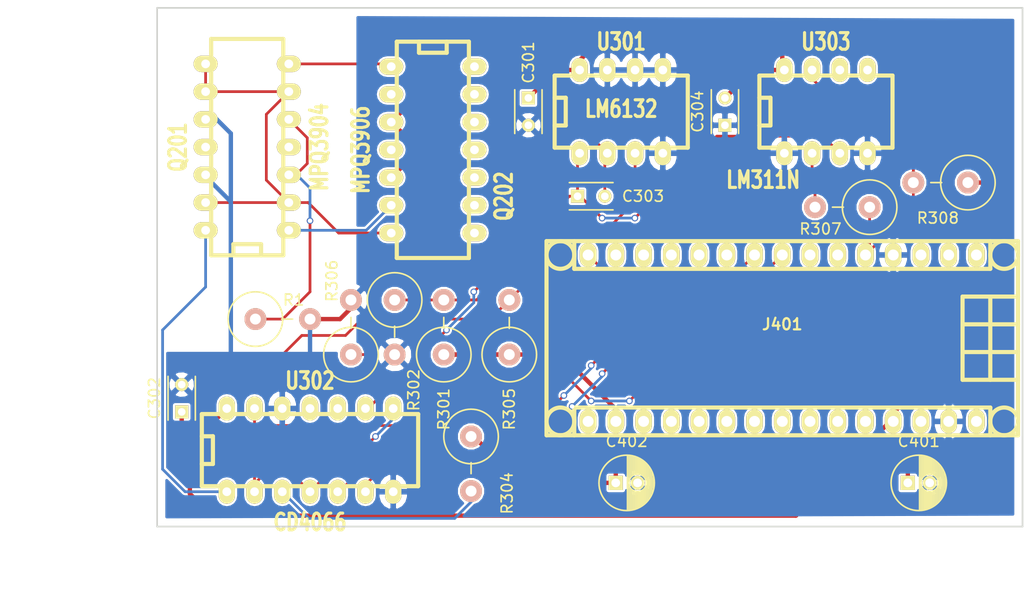
<source format=kicad_pcb>
(kicad_pcb (version 4) (host pcbnew 4.0.4-stable)

  (general
    (links 64)
    (no_connects 2)
    (area 30.645545 28.406726 124.575001 85.199934)
    (thickness 1.6)
    (drawings 6)
    (tracks 204)
    (zones 0)
    (modules 20)
    (nets 43)
  )

  (page A4)
  (layers
    (0 F.Cu signal)
    (31 B.Cu signal hide)
    (32 B.Adhes user)
    (33 F.Adhes user)
    (34 B.Paste user)
    (35 F.Paste user)
    (36 B.SilkS user)
    (37 F.SilkS user)
    (38 B.Mask user)
    (39 F.Mask user)
    (40 Dwgs.User user)
    (41 Cmts.User user)
    (42 Eco1.User user)
    (43 Eco2.User user)
    (44 Edge.Cuts user)
    (45 Margin user)
    (46 B.CrtYd user)
    (47 F.CrtYd user)
    (48 B.Fab user)
    (49 F.Fab user)
  )

  (setup
    (last_trace_width 0.25)
    (trace_clearance 0.2)
    (zone_clearance 0.13)
    (zone_45_only no)
    (trace_min 0.15)
    (segment_width 0.2)
    (edge_width 0.15)
    (via_size 0.6)
    (via_drill 0.4)
    (via_min_size 0.4)
    (via_min_drill 0.3)
    (uvia_size 0.3)
    (uvia_drill 0.1)
    (uvias_allowed no)
    (uvia_min_size 0.2)
    (uvia_min_drill 0.1)
    (pcb_text_width 0.3)
    (pcb_text_size 1.5 1.5)
    (mod_edge_width 0.15)
    (mod_text_size 1 1)
    (mod_text_width 0.15)
    (pad_size 1.524 1.524)
    (pad_drill 0.762)
    (pad_to_mask_clearance 0.2)
    (aux_axis_origin 0 0)
    (visible_elements FFFEFF7F)
    (pcbplotparams
      (layerselection 0x010f0_80000001)
      (usegerberextensions false)
      (excludeedgelayer true)
      (linewidth 0.100000)
      (plotframeref false)
      (viasonmask false)
      (mode 1)
      (useauxorigin false)
      (hpglpennumber 1)
      (hpglpenspeed 20)
      (hpglpendiameter 15)
      (hpglpenoverlay 2)
      (psnegative false)
      (psa4output false)
      (plotreference true)
      (plotvalue true)
      (plotinvisibletext false)
      (padsonsilk false)
      (subtractmaskfromsilk false)
      (outputformat 1)
      (mirror false)
      (drillshape 0)
      (scaleselection 1)
      (outputdirectory final_gerbs/))
  )

  (net 0 "")
  (net 1 +5V)
  (net 2 GND)
  (net 3 /dualslopeadc/RAMP)
  (net 4 /dualslopeadc/INA-)
  (net 5 +3V3)
  (net 6 "Net-(J401-Pad1)")
  (net 7 "Net-(J401-Pad2)")
  (net 8 "Net-(J401-Pad3)")
  (net 9 /micro/COMP_IN)
  (net 10 "Net-(J401-Pad6)")
  (net 11 "Net-(J401-Pad7)")
  (net 12 /dualslopeadc/RAMPUP)
  (net 13 /dualslopeadc/CLEAR)
  (net 14 "Net-(J401-Pad10)")
  (net 15 "Net-(J401-Pad11)")
  (net 16 "Net-(J401-Pad12)")
  (net 17 "Net-(J401-Pad13)")
  (net 18 "Net-(J401-Pad14)")
  (net 19 /dualslopeadc/RAMPDOWN)
  (net 20 "Net-(J401-Pad16)")
  (net 21 "Net-(J401-Pad18)")
  (net 22 "Net-(J401-Pad19)")
  (net 23 "Net-(J401-Pad20)")
  (net 24 "Net-(J401-Pad21)")
  (net 25 "Net-(J401-Pad22)")
  (net 26 "Net-(J401-Pad23)")
  (net 27 "Net-(J401-Pad24)")
  (net 28 "Net-(J401-Pad25)")
  (net 29 "Net-(J401-Pad26)")
  (net 30 "Net-(J401-Pad28)")
  (net 31 "Net-(J401-Pad30)")
  (net 32 "Net-(Q201-Pad1)")
  (net 33 "Net-(Q201-Pad13)")
  (net 34 "Net-(Q201-Pad3)")
  (net 35 /dualslopeadc/I_IN)
  (net 36 /dualslopeadc/V+)
  (net 37 /dualslopeadc/INA+)
  (net 38 "Net-(R304-Pad2)")
  (net 39 "Net-(U302-Pad10)")
  (net 40 "Net-(U302-Pad11)")
  (net 41 "Net-(U303-Pad5)")
  (net 42 "Net-(U303-Pad6)")

  (net_class Default "This is the default net class."
    (clearance 0.2)
    (trace_width 0.25)
    (via_dia 0.6)
    (via_drill 0.4)
    (uvia_dia 0.3)
    (uvia_drill 0.1)
    (add_net /dualslopeadc/CLEAR)
    (add_net /dualslopeadc/INA+)
    (add_net /dualslopeadc/INA-)
    (add_net /dualslopeadc/I_IN)
    (add_net /dualslopeadc/RAMP)
    (add_net /dualslopeadc/RAMPDOWN)
    (add_net /dualslopeadc/RAMPUP)
    (add_net /dualslopeadc/V+)
    (add_net /micro/COMP_IN)
    (add_net "Net-(J401-Pad1)")
    (add_net "Net-(J401-Pad10)")
    (add_net "Net-(J401-Pad11)")
    (add_net "Net-(J401-Pad12)")
    (add_net "Net-(J401-Pad13)")
    (add_net "Net-(J401-Pad14)")
    (add_net "Net-(J401-Pad16)")
    (add_net "Net-(J401-Pad18)")
    (add_net "Net-(J401-Pad19)")
    (add_net "Net-(J401-Pad2)")
    (add_net "Net-(J401-Pad20)")
    (add_net "Net-(J401-Pad21)")
    (add_net "Net-(J401-Pad22)")
    (add_net "Net-(J401-Pad23)")
    (add_net "Net-(J401-Pad24)")
    (add_net "Net-(J401-Pad25)")
    (add_net "Net-(J401-Pad26)")
    (add_net "Net-(J401-Pad28)")
    (add_net "Net-(J401-Pad3)")
    (add_net "Net-(J401-Pad30)")
    (add_net "Net-(J401-Pad6)")
    (add_net "Net-(J401-Pad7)")
    (add_net "Net-(Q201-Pad1)")
    (add_net "Net-(Q201-Pad13)")
    (add_net "Net-(Q201-Pad3)")
    (add_net "Net-(R304-Pad2)")
    (add_net "Net-(U302-Pad10)")
    (add_net "Net-(U302-Pad11)")
    (add_net "Net-(U303-Pad5)")
    (add_net "Net-(U303-Pad6)")
  )

  (net_class POWER ""
    (clearance 0.2)
    (trace_width 0.4)
    (via_dia 0.6)
    (via_drill 0.4)
    (uvia_dia 0.3)
    (uvia_drill 0.1)
    (add_net +3V3)
    (add_net +5V)
    (add_net GND)
  )

  (module Capacitors_ThroughHole:C_Rect_L4_W2.5_P2.5 (layer F.Cu) (tedit 58439B44) (tstamp 584FBEFA)
    (at 79.25 37.25 270)
    (descr "Film Capacitor Length 4mm x Width 2.5mm, Pitch 2.5mm")
    (tags Capacitor)
    (path /5840D036/5840D2BB)
    (fp_text reference C301 (at -3.25 0 270) (layer F.SilkS)
      (effects (font (size 1 1) (thickness 0.15)))
    )
    (fp_text value 0.1u (at 1.25 2.5 270) (layer F.Fab)
      (effects (font (size 1 1) (thickness 0.15)))
    )
    (fp_line (start -1 -1.5) (end 3.5 -1.5) (layer F.CrtYd) (width 0.05))
    (fp_line (start 3.5 -1.5) (end 3.5 1.5) (layer F.CrtYd) (width 0.05))
    (fp_line (start 3.5 1.5) (end -1 1.5) (layer F.CrtYd) (width 0.05))
    (fp_line (start -1 1.5) (end -1 -1.5) (layer F.CrtYd) (width 0.05))
    (fp_line (start -0.75 -1.25) (end 3.25 -1.25) (layer F.SilkS) (width 0.15))
    (fp_line (start -0.75 1.25) (end 3.25 1.25) (layer F.SilkS) (width 0.15))
    (pad 1 thru_hole rect (at 0 0 270) (size 1.2 1.2) (drill 0.7) (layers *.Cu *.Mask F.SilkS)
      (net 1 +5V))
    (pad 2 thru_hole circle (at 2.5 0 270) (size 1.2 1.2) (drill 0.7) (layers *.Cu *.Mask F.SilkS)
      (net 2 GND))
  )

  (module Capacitors_ThroughHole:C_Rect_L4_W2.5_P2.5 (layer F.Cu) (tedit 0) (tstamp 584FBF06)
    (at 47.5 66 90)
    (descr "Film Capacitor Length 4mm x Width 2.5mm, Pitch 2.5mm")
    (tags Capacitor)
    (path /5840D036/5840DE19)
    (fp_text reference C302 (at 1.25 -2.5 90) (layer F.SilkS)
      (effects (font (size 1 1) (thickness 0.15)))
    )
    (fp_text value 0.1u (at 1.25 2.5 90) (layer F.Fab)
      (effects (font (size 1 1) (thickness 0.15)))
    )
    (fp_line (start -1 -1.5) (end 3.5 -1.5) (layer F.CrtYd) (width 0.05))
    (fp_line (start 3.5 -1.5) (end 3.5 1.5) (layer F.CrtYd) (width 0.05))
    (fp_line (start 3.5 1.5) (end -1 1.5) (layer F.CrtYd) (width 0.05))
    (fp_line (start -1 1.5) (end -1 -1.5) (layer F.CrtYd) (width 0.05))
    (fp_line (start -0.75 -1.25) (end 3.25 -1.25) (layer F.SilkS) (width 0.15))
    (fp_line (start -0.75 1.25) (end 3.25 1.25) (layer F.SilkS) (width 0.15))
    (pad 1 thru_hole rect (at 0 0 90) (size 1.2 1.2) (drill 0.7) (layers *.Cu *.Mask F.SilkS)
      (net 1 +5V))
    (pad 2 thru_hole circle (at 2.5 0 90) (size 1.2 1.2) (drill 0.7) (layers *.Cu *.Mask F.SilkS)
      (net 2 GND))
  )

  (module Capacitors_ThroughHole:C_Rect_L4_W2.5_P2.5 (layer F.Cu) (tedit 58439A7C) (tstamp 584FBF12)
    (at 83.75 46.25)
    (descr "Film Capacitor Length 4mm x Width 2.5mm, Pitch 2.5mm")
    (tags Capacitor)
    (path /5840D036/584397C4)
    (fp_text reference C303 (at 6 0) (layer F.SilkS)
      (effects (font (size 1 1) (thickness 0.15)))
    )
    (fp_text value 0.82u (at 1.25 2.5) (layer F.Fab)
      (effects (font (size 1 1) (thickness 0.15)))
    )
    (fp_line (start -1 -1.5) (end 3.5 -1.5) (layer F.CrtYd) (width 0.05))
    (fp_line (start 3.5 -1.5) (end 3.5 1.5) (layer F.CrtYd) (width 0.05))
    (fp_line (start 3.5 1.5) (end -1 1.5) (layer F.CrtYd) (width 0.05))
    (fp_line (start -1 1.5) (end -1 -1.5) (layer F.CrtYd) (width 0.05))
    (fp_line (start -0.75 -1.25) (end 3.25 -1.25) (layer F.SilkS) (width 0.15))
    (fp_line (start -0.75 1.25) (end 3.25 1.25) (layer F.SilkS) (width 0.15))
    (pad 1 thru_hole rect (at 0 0) (size 1.2 1.2) (drill 0.7) (layers *.Cu *.Mask F.SilkS)
      (net 3 /dualslopeadc/RAMP))
    (pad 2 thru_hole circle (at 2.5 0) (size 1.2 1.2) (drill 0.7) (layers *.Cu *.Mask F.SilkS)
      (net 4 /dualslopeadc/INA-))
  )

  (module Capacitors_ThroughHole:C_Rect_L4_W2.5_P2.5 (layer F.Cu) (tedit 0) (tstamp 584FBF1E)
    (at 97.25 39.75 90)
    (descr "Film Capacitor Length 4mm x Width 2.5mm, Pitch 2.5mm")
    (tags Capacitor)
    (path /5840D036/5843958A)
    (fp_text reference C304 (at 1.25 -2.5 90) (layer F.SilkS)
      (effects (font (size 1 1) (thickness 0.15)))
    )
    (fp_text value 0.1u (at 1.25 2.5 90) (layer F.Fab)
      (effects (font (size 1 1) (thickness 0.15)))
    )
    (fp_line (start -1 -1.5) (end 3.5 -1.5) (layer F.CrtYd) (width 0.05))
    (fp_line (start 3.5 -1.5) (end 3.5 1.5) (layer F.CrtYd) (width 0.05))
    (fp_line (start 3.5 1.5) (end -1 1.5) (layer F.CrtYd) (width 0.05))
    (fp_line (start -1 1.5) (end -1 -1.5) (layer F.CrtYd) (width 0.05))
    (fp_line (start -0.75 -1.25) (end 3.25 -1.25) (layer F.SilkS) (width 0.15))
    (fp_line (start -0.75 1.25) (end 3.25 1.25) (layer F.SilkS) (width 0.15))
    (pad 1 thru_hole rect (at 0 0 90) (size 1.2 1.2) (drill 0.7) (layers *.Cu *.Mask F.SilkS)
      (net 2 GND))
    (pad 2 thru_hole circle (at 2.5 0 90) (size 1.2 1.2) (drill 0.7) (layers *.Cu *.Mask F.SilkS)
      (net 1 +5V))
  )

  (module Capacitors_ThroughHole:C_Radial_D5_L11_P2 (layer F.Cu) (tedit 0) (tstamp 584FBF45)
    (at 114 72.5)
    (descr "Radial Electrolytic Capacitor 5mm x Length 11mm, Pitch 2mm")
    (tags "Electrolytic Capacitor")
    (path /5843A1D8/5843A2ED)
    (fp_text reference C401 (at 1 -3.8) (layer F.SilkS)
      (effects (font (size 1 1) (thickness 0.15)))
    )
    (fp_text value 2.2u (at 1 3.8) (layer F.Fab)
      (effects (font (size 1 1) (thickness 0.15)))
    )
    (fp_line (start 1.075 -2.499) (end 1.075 2.499) (layer F.SilkS) (width 0.15))
    (fp_line (start 1.215 -2.491) (end 1.215 -0.154) (layer F.SilkS) (width 0.15))
    (fp_line (start 1.215 0.154) (end 1.215 2.491) (layer F.SilkS) (width 0.15))
    (fp_line (start 1.355 -2.475) (end 1.355 -0.473) (layer F.SilkS) (width 0.15))
    (fp_line (start 1.355 0.473) (end 1.355 2.475) (layer F.SilkS) (width 0.15))
    (fp_line (start 1.495 -2.451) (end 1.495 -0.62) (layer F.SilkS) (width 0.15))
    (fp_line (start 1.495 0.62) (end 1.495 2.451) (layer F.SilkS) (width 0.15))
    (fp_line (start 1.635 -2.418) (end 1.635 -0.712) (layer F.SilkS) (width 0.15))
    (fp_line (start 1.635 0.712) (end 1.635 2.418) (layer F.SilkS) (width 0.15))
    (fp_line (start 1.775 -2.377) (end 1.775 -0.768) (layer F.SilkS) (width 0.15))
    (fp_line (start 1.775 0.768) (end 1.775 2.377) (layer F.SilkS) (width 0.15))
    (fp_line (start 1.915 -2.327) (end 1.915 -0.795) (layer F.SilkS) (width 0.15))
    (fp_line (start 1.915 0.795) (end 1.915 2.327) (layer F.SilkS) (width 0.15))
    (fp_line (start 2.055 -2.266) (end 2.055 -0.798) (layer F.SilkS) (width 0.15))
    (fp_line (start 2.055 0.798) (end 2.055 2.266) (layer F.SilkS) (width 0.15))
    (fp_line (start 2.195 -2.196) (end 2.195 -0.776) (layer F.SilkS) (width 0.15))
    (fp_line (start 2.195 0.776) (end 2.195 2.196) (layer F.SilkS) (width 0.15))
    (fp_line (start 2.335 -2.114) (end 2.335 -0.726) (layer F.SilkS) (width 0.15))
    (fp_line (start 2.335 0.726) (end 2.335 2.114) (layer F.SilkS) (width 0.15))
    (fp_line (start 2.475 -2.019) (end 2.475 -0.644) (layer F.SilkS) (width 0.15))
    (fp_line (start 2.475 0.644) (end 2.475 2.019) (layer F.SilkS) (width 0.15))
    (fp_line (start 2.615 -1.908) (end 2.615 -0.512) (layer F.SilkS) (width 0.15))
    (fp_line (start 2.615 0.512) (end 2.615 1.908) (layer F.SilkS) (width 0.15))
    (fp_line (start 2.755 -1.78) (end 2.755 -0.265) (layer F.SilkS) (width 0.15))
    (fp_line (start 2.755 0.265) (end 2.755 1.78) (layer F.SilkS) (width 0.15))
    (fp_line (start 2.895 -1.631) (end 2.895 1.631) (layer F.SilkS) (width 0.15))
    (fp_line (start 3.035 -1.452) (end 3.035 1.452) (layer F.SilkS) (width 0.15))
    (fp_line (start 3.175 -1.233) (end 3.175 1.233) (layer F.SilkS) (width 0.15))
    (fp_line (start 3.315 -0.944) (end 3.315 0.944) (layer F.SilkS) (width 0.15))
    (fp_line (start 3.455 -0.472) (end 3.455 0.472) (layer F.SilkS) (width 0.15))
    (fp_circle (center 2 0) (end 2 -0.8) (layer F.SilkS) (width 0.15))
    (fp_circle (center 1 0) (end 1 -2.5375) (layer F.SilkS) (width 0.15))
    (fp_circle (center 1 0) (end 1 -2.8) (layer F.CrtYd) (width 0.05))
    (pad 1 thru_hole rect (at 0 0) (size 1.3 1.3) (drill 0.8) (layers *.Cu *.Mask F.SilkS)
      (net 1 +5V))
    (pad 2 thru_hole circle (at 2 0) (size 1.3 1.3) (drill 0.8) (layers *.Cu *.Mask F.SilkS)
      (net 2 GND))
    (model Capacitors_ThroughHole.3dshapes/C_Radial_D5_L11_P2.wrl
      (at (xyz 0 0 0))
      (scale (xyz 1 1 1))
      (rotate (xyz 0 0 0))
    )
  )

  (module Capacitors_ThroughHole:C_Radial_D5_L11_P2 (layer F.Cu) (tedit 0) (tstamp 584FBF6C)
    (at 87.25 72.5)
    (descr "Radial Electrolytic Capacitor 5mm x Length 11mm, Pitch 2mm")
    (tags "Electrolytic Capacitor")
    (path /5843A1D8/5843A30D)
    (fp_text reference C402 (at 1 -3.8) (layer F.SilkS)
      (effects (font (size 1 1) (thickness 0.15)))
    )
    (fp_text value 2.2u (at 1 3.8) (layer F.Fab)
      (effects (font (size 1 1) (thickness 0.15)))
    )
    (fp_line (start 1.075 -2.499) (end 1.075 2.499) (layer F.SilkS) (width 0.15))
    (fp_line (start 1.215 -2.491) (end 1.215 -0.154) (layer F.SilkS) (width 0.15))
    (fp_line (start 1.215 0.154) (end 1.215 2.491) (layer F.SilkS) (width 0.15))
    (fp_line (start 1.355 -2.475) (end 1.355 -0.473) (layer F.SilkS) (width 0.15))
    (fp_line (start 1.355 0.473) (end 1.355 2.475) (layer F.SilkS) (width 0.15))
    (fp_line (start 1.495 -2.451) (end 1.495 -0.62) (layer F.SilkS) (width 0.15))
    (fp_line (start 1.495 0.62) (end 1.495 2.451) (layer F.SilkS) (width 0.15))
    (fp_line (start 1.635 -2.418) (end 1.635 -0.712) (layer F.SilkS) (width 0.15))
    (fp_line (start 1.635 0.712) (end 1.635 2.418) (layer F.SilkS) (width 0.15))
    (fp_line (start 1.775 -2.377) (end 1.775 -0.768) (layer F.SilkS) (width 0.15))
    (fp_line (start 1.775 0.768) (end 1.775 2.377) (layer F.SilkS) (width 0.15))
    (fp_line (start 1.915 -2.327) (end 1.915 -0.795) (layer F.SilkS) (width 0.15))
    (fp_line (start 1.915 0.795) (end 1.915 2.327) (layer F.SilkS) (width 0.15))
    (fp_line (start 2.055 -2.266) (end 2.055 -0.798) (layer F.SilkS) (width 0.15))
    (fp_line (start 2.055 0.798) (end 2.055 2.266) (layer F.SilkS) (width 0.15))
    (fp_line (start 2.195 -2.196) (end 2.195 -0.776) (layer F.SilkS) (width 0.15))
    (fp_line (start 2.195 0.776) (end 2.195 2.196) (layer F.SilkS) (width 0.15))
    (fp_line (start 2.335 -2.114) (end 2.335 -0.726) (layer F.SilkS) (width 0.15))
    (fp_line (start 2.335 0.726) (end 2.335 2.114) (layer F.SilkS) (width 0.15))
    (fp_line (start 2.475 -2.019) (end 2.475 -0.644) (layer F.SilkS) (width 0.15))
    (fp_line (start 2.475 0.644) (end 2.475 2.019) (layer F.SilkS) (width 0.15))
    (fp_line (start 2.615 -1.908) (end 2.615 -0.512) (layer F.SilkS) (width 0.15))
    (fp_line (start 2.615 0.512) (end 2.615 1.908) (layer F.SilkS) (width 0.15))
    (fp_line (start 2.755 -1.78) (end 2.755 -0.265) (layer F.SilkS) (width 0.15))
    (fp_line (start 2.755 0.265) (end 2.755 1.78) (layer F.SilkS) (width 0.15))
    (fp_line (start 2.895 -1.631) (end 2.895 1.631) (layer F.SilkS) (width 0.15))
    (fp_line (start 3.035 -1.452) (end 3.035 1.452) (layer F.SilkS) (width 0.15))
    (fp_line (start 3.175 -1.233) (end 3.175 1.233) (layer F.SilkS) (width 0.15))
    (fp_line (start 3.315 -0.944) (end 3.315 0.944) (layer F.SilkS) (width 0.15))
    (fp_line (start 3.455 -0.472) (end 3.455 0.472) (layer F.SilkS) (width 0.15))
    (fp_circle (center 2 0) (end 2 -0.8) (layer F.SilkS) (width 0.15))
    (fp_circle (center 1 0) (end 1 -2.5375) (layer F.SilkS) (width 0.15))
    (fp_circle (center 1 0) (end 1 -2.8) (layer F.CrtYd) (width 0.05))
    (pad 1 thru_hole rect (at 0 0) (size 1.3 1.3) (drill 0.8) (layers *.Cu *.Mask F.SilkS)
      (net 5 +3V3))
    (pad 2 thru_hole circle (at 2 0) (size 1.3 1.3) (drill 0.8) (layers *.Cu *.Mask F.SilkS)
      (net 2 GND))
    (model Capacitors_ThroughHole.3dshapes/C_Radial_D5_L11_P2.wrl
      (at (xyz 0 0 0))
      (scale (xyz 1 1 1))
      (rotate (xyz 0 0 0))
    )
  )

  (module w_conn_misc:arduino_nano_header (layer F.Cu) (tedit 0) (tstamp 584FBF8E)
    (at 102.5 59.25 180)
    (descr "Arduino Nano Header")
    (tags Arduino)
    (path /5843A1D8/5843A203)
    (fp_text reference J401 (at 0 1.27 180) (layer F.SilkS)
      (effects (font (size 1.016 1.016) (thickness 0.2032)))
    )
    (fp_text value Arduino_Nano_Header (at 0 -1.27 180) (layer F.SilkS) hide
      (effects (font (size 1.016 0.889) (thickness 0.2032)))
    )
    (fp_line (start -16.51 -1.27) (end -21.59 -1.27) (layer F.SilkS) (width 0.381))
    (fp_line (start -16.51 1.27) (end -21.59 1.27) (layer F.SilkS) (width 0.381))
    (fp_line (start -19.05 -3.81) (end -19.05 3.81) (layer F.SilkS) (width 0.381))
    (fp_line (start -21.59 -3.81) (end -16.51 -3.81) (layer F.SilkS) (width 0.381))
    (fp_line (start -16.51 -3.81) (end -16.51 3.81) (layer F.SilkS) (width 0.381))
    (fp_line (start -16.51 3.81) (end -21.59 3.81) (layer F.SilkS) (width 0.381))
    (fp_line (start 21.59 -8.89) (end -21.59 -8.89) (layer F.SilkS) (width 0.381))
    (fp_line (start -21.59 8.89) (end 21.59 8.89) (layer F.SilkS) (width 0.381))
    (fp_line (start -21.59 8.89) (end -21.59 -8.89) (layer F.SilkS) (width 0.381))
    (fp_line (start 21.59 8.89) (end 21.59 -8.89) (layer F.SilkS) (width 0.381))
    (fp_circle (center -20.32 -7.62) (end -21.59 -7.62) (layer F.SilkS) (width 0.381))
    (fp_circle (center -20.32 7.62) (end -21.59 7.62) (layer F.SilkS) (width 0.381))
    (fp_circle (center 20.32 -7.62) (end 21.59 -7.62) (layer F.SilkS) (width 0.381))
    (fp_circle (center 20.32 7.62) (end 21.59 7.62) (layer F.SilkS) (width 0.381))
    (fp_line (start 19.05 -6.35) (end -19.05 -6.35) (layer F.SilkS) (width 0.381))
    (fp_line (start -19.05 6.35) (end 19.05 6.35) (layer F.SilkS) (width 0.381))
    (fp_line (start 19.05 8.89) (end 19.05 6.35) (layer F.SilkS) (width 0.381))
    (fp_line (start 19.05 -6.35) (end 19.05 -8.89) (layer F.SilkS) (width 0.381))
    (fp_line (start -19.05 -8.89) (end -19.05 -6.35) (layer F.SilkS) (width 0.381))
    (fp_line (start -19.05 8.89) (end -19.05 6.35) (layer F.SilkS) (width 0.381))
    (pad 1 thru_hole oval (at -17.78 7.62 180) (size 1.524 2.19964) (drill 1.00076) (layers *.Cu *.Mask F.SilkS)
      (net 6 "Net-(J401-Pad1)"))
    (pad 2 thru_hole oval (at -15.24 7.62 180) (size 1.524 2.19964) (drill 1.00076) (layers *.Cu *.Mask F.SilkS)
      (net 7 "Net-(J401-Pad2)"))
    (pad 3 thru_hole oval (at -12.7 7.62 180) (size 1.524 2.19964) (drill 1.00076) (layers *.Cu *.Mask F.SilkS)
      (net 8 "Net-(J401-Pad3)"))
    (pad 4 thru_hole oval (at -10.16 7.62 180) (size 1.524 2.19964) (drill 1.00076) (layers *.Cu *.Mask F.SilkS)
      (net 2 GND))
    (pad 5 thru_hole oval (at -7.62 7.62 180) (size 1.524 2.19964) (drill 1.00076) (layers *.Cu *.Mask F.SilkS)
      (net 9 /micro/COMP_IN))
    (pad 6 thru_hole oval (at -5.08 7.62 180) (size 1.524 2.19964) (drill 1.00076) (layers *.Cu *.Mask F.SilkS)
      (net 10 "Net-(J401-Pad6)"))
    (pad 7 thru_hole oval (at -2.54 7.62 180) (size 1.524 2.19964) (drill 1.00076) (layers *.Cu *.Mask F.SilkS)
      (net 11 "Net-(J401-Pad7)"))
    (pad 8 thru_hole oval (at 0 7.62 180) (size 1.524 2.19964) (drill 1.00076) (layers *.Cu *.Mask F.SilkS)
      (net 12 /dualslopeadc/RAMPUP))
    (pad 9 thru_hole oval (at 2.54 7.62 180) (size 1.524 2.19964) (drill 1.00076) (layers *.Cu *.Mask F.SilkS)
      (net 13 /dualslopeadc/CLEAR))
    (pad 10 thru_hole oval (at 5.08 7.62 180) (size 1.524 2.19964) (drill 1.00076) (layers *.Cu *.Mask F.SilkS)
      (net 14 "Net-(J401-Pad10)"))
    (pad 11 thru_hole oval (at 7.62 7.62 180) (size 1.524 2.19964) (drill 1.00076) (layers *.Cu *.Mask F.SilkS)
      (net 15 "Net-(J401-Pad11)"))
    (pad 12 thru_hole oval (at 10.16 7.62 180) (size 1.524 2.19964) (drill 1.00076) (layers *.Cu *.Mask F.SilkS)
      (net 16 "Net-(J401-Pad12)"))
    (pad 13 thru_hole oval (at 12.7 7.62 180) (size 1.524 2.19964) (drill 1.00076) (layers *.Cu *.Mask F.SilkS)
      (net 17 "Net-(J401-Pad13)"))
    (pad 14 thru_hole oval (at 15.24 7.62 180) (size 1.524 2.19964) (drill 1.00076) (layers *.Cu *.Mask F.SilkS)
      (net 18 "Net-(J401-Pad14)"))
    (pad 15 thru_hole oval (at 17.78 7.62 180) (size 1.524 2.19964) (drill 1.00076) (layers *.Cu *.Mask F.SilkS)
      (net 19 /dualslopeadc/RAMPDOWN))
    (pad 16 thru_hole oval (at 17.78 -7.62 180) (size 1.524 2.19964) (drill 1.00076) (layers *.Cu *.Mask F.SilkS)
      (net 20 "Net-(J401-Pad16)"))
    (pad 17 thru_hole oval (at 15.24 -7.62 180) (size 1.524 2.19964) (drill 1.00076) (layers *.Cu *.Mask F.SilkS)
      (net 5 +3V3))
    (pad 18 thru_hole oval (at 12.7 -7.62 180) (size 1.524 2.19964) (drill 1.00076) (layers *.Cu *.Mask F.SilkS)
      (net 21 "Net-(J401-Pad18)"))
    (pad 19 thru_hole oval (at 10.16 -7.62 180) (size 1.524 2.19964) (drill 1.00076) (layers *.Cu *.Mask F.SilkS)
      (net 22 "Net-(J401-Pad19)"))
    (pad 20 thru_hole oval (at 7.62 -7.62 180) (size 1.524 2.1971) (drill 1.00076) (layers *.Cu *.Mask F.SilkS)
      (net 23 "Net-(J401-Pad20)"))
    (pad 21 thru_hole oval (at 5.08 -7.62 180) (size 1.524 2.1971) (drill 1.00076) (layers *.Cu *.Mask F.SilkS)
      (net 24 "Net-(J401-Pad21)"))
    (pad 22 thru_hole oval (at 2.54 -7.62 180) (size 1.524 2.1971) (drill 1.00076) (layers *.Cu *.Mask F.SilkS)
      (net 25 "Net-(J401-Pad22)"))
    (pad 23 thru_hole oval (at 0 -7.62 180) (size 1.524 2.1971) (drill 1.00076) (layers *.Cu *.Mask F.SilkS)
      (net 26 "Net-(J401-Pad23)"))
    (pad 24 thru_hole oval (at -2.54 -7.62 180) (size 1.524 2.1971) (drill 0.99822) (layers *.Cu *.Mask F.SilkS)
      (net 27 "Net-(J401-Pad24)"))
    (pad 25 thru_hole oval (at -5.08 -7.62 180) (size 1.524 2.1971) (drill 0.99822) (layers *.Cu *.Mask F.SilkS)
      (net 28 "Net-(J401-Pad25)"))
    (pad 26 thru_hole oval (at -7.62 -7.62 180) (size 1.524 2.1971) (drill 0.99822) (layers *.Cu *.Mask F.SilkS)
      (net 29 "Net-(J401-Pad26)"))
    (pad 27 thru_hole oval (at -10.16 -7.62 180) (size 1.524 2.1971) (drill 0.99822) (layers *.Cu *.Mask F.SilkS)
      (net 1 +5V))
    (pad 28 thru_hole oval (at -12.7 -7.62 180) (size 1.524 2.1971) (drill 0.99822) (layers *.Cu *.Mask F.SilkS)
      (net 30 "Net-(J401-Pad28)"))
    (pad 29 thru_hole oval (at -15.24 -7.62 180) (size 1.524 2.1971) (drill 0.99822) (layers *.Cu *.Mask F.SilkS)
      (net 2 GND))
    (pad 30 thru_hole oval (at -17.78 -7.62 180) (size 1.524 2.1971) (drill 0.99822) (layers *.Cu *.Mask F.SilkS)
      (net 31 "Net-(J401-Pad30)"))
    (model walter/conn_misc/arduino_nano_header.wrl
      (at (xyz 0 0 0))
      (scale (xyz 1 1 1))
      (rotate (xyz 0 0 0))
    )
  )

  (module w_pth_circuits:dil_14-300 (layer F.Cu) (tedit 0) (tstamp 584FBFA0)
    (at 53.5 41.75 90)
    (descr "IC, DIL14 x 0,3\"")
    (tags DIL)
    (path /582D727E/5840CF32)
    (fp_text reference Q201 (at 0 -6.35 90) (layer F.SilkS)
      (effects (font (size 1.524 1.143) (thickness 0.28702)))
    )
    (fp_text value MPQ3904 (at 0 6.604 90) (layer F.SilkS)
      (effects (font (size 1.524 1.143) (thickness 0.28702)))
    )
    (fp_line (start -8.89 -1.27) (end -8.89 1.27) (layer F.SilkS) (width 0.381))
    (fp_line (start 9.906 3.302) (end -9.906 3.302) (layer F.SilkS) (width 0.381))
    (fp_line (start -9.906 -3.302) (end 9.906 -3.302) (layer F.SilkS) (width 0.381))
    (fp_line (start -8.89 1.27) (end -9.906 1.27) (layer F.SilkS) (width 0.381))
    (fp_line (start -8.89 -1.27) (end -9.906 -1.27) (layer F.SilkS) (width 0.381))
    (fp_line (start 9.906 -3.302) (end 9.906 3.302) (layer F.SilkS) (width 0.381))
    (fp_line (start -9.906 3.302) (end -9.906 -3.302) (layer F.SilkS) (width 0.381))
    (pad 1 thru_hole oval (at -7.62 3.81 90) (size 1.50114 2.19964) (drill 0.8001) (layers *.Cu *.Mask F.SilkS)
      (net 32 "Net-(Q201-Pad1)"))
    (pad 2 thru_hole oval (at -5.08 3.81 90) (size 1.50114 2.19964) (drill 0.8001) (layers *.Cu *.Mask F.SilkS)
      (net 33 "Net-(Q201-Pad13)"))
    (pad 3 thru_hole oval (at -2.54 3.81 90) (size 1.50114 2.19964) (drill 0.8001) (layers *.Cu *.Mask F.SilkS)
      (net 34 "Net-(Q201-Pad3)"))
    (pad 4 thru_hole oval (at 0 3.81 90) (size 1.50114 2.19964) (drill 0.8001) (layers *.Cu *.Mask F.SilkS))
    (pad 5 thru_hole oval (at 2.54 3.81 90) (size 1.50114 2.19964) (drill 0.8001) (layers *.Cu *.Mask F.SilkS)
      (net 34 "Net-(Q201-Pad3)"))
    (pad 6 thru_hole oval (at 5.08 3.81 90) (size 1.50114 2.19964) (drill 0.8001) (layers *.Cu *.Mask F.SilkS)
      (net 33 "Net-(Q201-Pad13)"))
    (pad 7 thru_hole oval (at 7.62 3.81 90) (size 1.50114 2.19964) (drill 0.8001) (layers *.Cu *.Mask F.SilkS)
      (net 32 "Net-(Q201-Pad1)"))
    (pad 8 thru_hole oval (at 7.62 -3.81 90) (size 1.50114 2.19964) (drill 0.8001) (layers *.Cu *.Mask F.SilkS)
      (net 33 "Net-(Q201-Pad13)"))
    (pad 9 thru_hole oval (at 5.08 -3.81 90) (size 1.50114 2.19964) (drill 0.8001) (layers *.Cu *.Mask F.SilkS)
      (net 33 "Net-(Q201-Pad13)"))
    (pad 10 thru_hole oval (at 2.54 -3.81 90) (size 1.50114 2.19964) (drill 0.8001) (layers *.Cu *.Mask F.SilkS)
      (net 2 GND))
    (pad 11 thru_hole oval (at 0 -3.81 90) (size 1.50114 2.19964) (drill 0.8001) (layers *.Cu *.Mask F.SilkS))
    (pad 12 thru_hole oval (at -2.54 -3.81 90) (size 1.50114 2.19964) (drill 0.8001) (layers *.Cu *.Mask F.SilkS)
      (net 2 GND))
    (pad 13 thru_hole oval (at -5.08 -3.81 90) (size 1.50114 2.19964) (drill 0.8001) (layers *.Cu *.Mask F.SilkS)
      (net 33 "Net-(Q201-Pad13)"))
    (pad 14 thru_hole oval (at -7.62 -3.81 90) (size 1.50114 2.19964) (drill 0.8001) (layers *.Cu *.Mask F.SilkS)
      (net 35 /dualslopeadc/I_IN))
    (model walter/pth_circuits/dil_14-300.wrl
      (at (xyz 0 0 0))
      (scale (xyz 1 1 1))
      (rotate (xyz 0 0 0))
    )
  )

  (module w_pth_circuits:dil_14-300 (layer F.Cu) (tedit 58439B47) (tstamp 584FBFB2)
    (at 70.5 42 270)
    (descr "IC, DIL14 x 0,3\"")
    (tags DIL)
    (path /582D727E/5840CE00)
    (fp_text reference Q202 (at 4.25 -6.5 270) (layer F.SilkS)
      (effects (font (size 1.524 1.143) (thickness 0.28702)))
    )
    (fp_text value MPQ3906 (at 0 6.604 270) (layer F.SilkS)
      (effects (font (size 1.524 1.143) (thickness 0.28702)))
    )
    (fp_line (start -8.89 -1.27) (end -8.89 1.27) (layer F.SilkS) (width 0.381))
    (fp_line (start 9.906 3.302) (end -9.906 3.302) (layer F.SilkS) (width 0.381))
    (fp_line (start -9.906 -3.302) (end 9.906 -3.302) (layer F.SilkS) (width 0.381))
    (fp_line (start -8.89 1.27) (end -9.906 1.27) (layer F.SilkS) (width 0.381))
    (fp_line (start -8.89 -1.27) (end -9.906 -1.27) (layer F.SilkS) (width 0.381))
    (fp_line (start 9.906 -3.302) (end 9.906 3.302) (layer F.SilkS) (width 0.381))
    (fp_line (start -9.906 3.302) (end -9.906 -3.302) (layer F.SilkS) (width 0.381))
    (pad 1 thru_hole oval (at -7.62 3.81 270) (size 1.50114 2.19964) (drill 0.8001) (layers *.Cu *.Mask F.SilkS)
      (net 32 "Net-(Q201-Pad1)"))
    (pad 2 thru_hole oval (at -5.08 3.81 270) (size 1.50114 2.19964) (drill 0.8001) (layers *.Cu *.Mask F.SilkS)
      (net 32 "Net-(Q201-Pad1)"))
    (pad 3 thru_hole oval (at -2.54 3.81 270) (size 1.50114 2.19964) (drill 0.8001) (layers *.Cu *.Mask F.SilkS)
      (net 1 +5V))
    (pad 4 thru_hole oval (at 0 3.81 270) (size 1.50114 2.19964) (drill 0.8001) (layers *.Cu *.Mask F.SilkS))
    (pad 5 thru_hole oval (at 2.54 3.81 270) (size 1.50114 2.19964) (drill 0.8001) (layers *.Cu *.Mask F.SilkS)
      (net 1 +5V))
    (pad 6 thru_hole oval (at 5.08 3.81 270) (size 1.50114 2.19964) (drill 0.8001) (layers *.Cu *.Mask F.SilkS)
      (net 32 "Net-(Q201-Pad1)"))
    (pad 7 thru_hole oval (at 7.62 3.81 270) (size 1.50114 2.19964) (drill 0.8001) (layers *.Cu *.Mask F.SilkS)
      (net 33 "Net-(Q201-Pad13)"))
    (pad 8 thru_hole oval (at 7.62 -3.81 270) (size 1.50114 2.19964) (drill 0.8001) (layers *.Cu *.Mask F.SilkS))
    (pad 9 thru_hole oval (at 5.08 -3.81 270) (size 1.50114 2.19964) (drill 0.8001) (layers *.Cu *.Mask F.SilkS))
    (pad 10 thru_hole oval (at 2.54 -3.81 270) (size 1.50114 2.19964) (drill 0.8001) (layers *.Cu *.Mask F.SilkS))
    (pad 11 thru_hole oval (at 0 -3.81 270) (size 1.50114 2.19964) (drill 0.8001) (layers *.Cu *.Mask F.SilkS))
    (pad 12 thru_hole oval (at -2.54 -3.81 270) (size 1.50114 2.19964) (drill 0.8001) (layers *.Cu *.Mask F.SilkS))
    (pad 13 thru_hole oval (at -5.08 -3.81 270) (size 1.50114 2.19964) (drill 0.8001) (layers *.Cu *.Mask F.SilkS))
    (pad 14 thru_hole oval (at -7.62 -3.81 270) (size 1.50114 2.19964) (drill 0.8001) (layers *.Cu *.Mask F.SilkS))
    (model walter/pth_circuits/dil_14-300.wrl
      (at (xyz 0 0 0))
      (scale (xyz 1 1 1))
      (rotate (xyz 0 0 0))
    )
  )

  (module w_pth_circuits:dil_8-300 (layer F.Cu) (tedit 58439A73) (tstamp 584FC04A)
    (at 87.75 38.5)
    (descr "IC, DIL8 x 0,3\"")
    (tags DIL)
    (path /5840D036/5840D18A)
    (fp_text reference U301 (at 0 -6.4008) (layer F.SilkS)
      (effects (font (size 1.524 1.143) (thickness 0.28702)))
    )
    (fp_text value LM6132 (at 0 -0.25) (layer F.SilkS)
      (effects (font (size 1.524 1.143) (thickness 0.28702)))
    )
    (fp_line (start 6.096 3.302) (end -6.096 3.302) (layer F.SilkS) (width 0.381))
    (fp_line (start -6.096 -3.302) (end 6.096 -3.302) (layer F.SilkS) (width 0.381))
    (fp_line (start -5.08 -1.27) (end -6.096 -1.27) (layer F.SilkS) (width 0.381))
    (fp_line (start -5.08 1.27) (end -6.096 1.27) (layer F.SilkS) (width 0.381))
    (fp_line (start 6.096 -3.302) (end 6.096 3.302) (layer F.SilkS) (width 0.381))
    (fp_line (start -6.096 3.302) (end -6.096 -3.302) (layer F.SilkS) (width 0.381))
    (fp_line (start -5.08 -1.27) (end -5.08 1.27) (layer F.SilkS) (width 0.381))
    (pad 1 thru_hole oval (at -3.81 3.81) (size 1.50114 2.19964) (drill 0.8001) (layers *.Cu *.Mask F.SilkS)
      (net 3 /dualslopeadc/RAMP))
    (pad 2 thru_hole oval (at -1.27 3.81) (size 1.50114 2.19964) (drill 0.8001) (layers *.Cu *.Mask F.SilkS)
      (net 4 /dualslopeadc/INA-))
    (pad 3 thru_hole oval (at 1.27 3.81) (size 1.50114 2.19964) (drill 0.8001) (layers *.Cu *.Mask F.SilkS)
      (net 37 /dualslopeadc/INA+))
    (pad 4 thru_hole oval (at 3.81 3.81) (size 1.50114 2.19964) (drill 0.8001) (layers *.Cu *.Mask F.SilkS)
      (net 2 GND))
    (pad 5 thru_hole oval (at 3.81 -3.81) (size 1.50114 2.19964) (drill 0.8001) (layers *.Cu *.Mask F.SilkS)
      (net 2 GND))
    (pad 6 thru_hole oval (at 1.27 -3.81) (size 1.50114 2.19964) (drill 0.8001) (layers *.Cu *.Mask F.SilkS)
      (net 2 GND))
    (pad 7 thru_hole oval (at -1.27 -3.81) (size 1.50114 2.19964) (drill 0.8001) (layers *.Cu *.Mask F.SilkS)
      (net 2 GND))
    (pad 8 thru_hole oval (at -3.81 -3.81) (size 1.50114 2.19964) (drill 0.8001) (layers *.Cu *.Mask F.SilkS)
      (net 1 +5V))
    (model walter/pth_circuits/dil_8-300.wrl
      (at (xyz 0 0 0))
      (scale (xyz 1 1 1))
      (rotate (xyz 0 0 0))
    )
  )

  (module w_pth_circuits:dil_14-300 (layer F.Cu) (tedit 0) (tstamp 584FC05C)
    (at 59.25 69.5)
    (descr "IC, DIL14 x 0,3\"")
    (tags DIL)
    (path /5840D036/5840D763)
    (fp_text reference U302 (at 0 -6.35) (layer F.SilkS)
      (effects (font (size 1.524 1.143) (thickness 0.28702)))
    )
    (fp_text value CD4066 (at 0 6.604) (layer F.SilkS)
      (effects (font (size 1.524 1.143) (thickness 0.28702)))
    )
    (fp_line (start -8.89 -1.27) (end -8.89 1.27) (layer F.SilkS) (width 0.381))
    (fp_line (start 9.906 3.302) (end -9.906 3.302) (layer F.SilkS) (width 0.381))
    (fp_line (start -9.906 -3.302) (end 9.906 -3.302) (layer F.SilkS) (width 0.381))
    (fp_line (start -8.89 1.27) (end -9.906 1.27) (layer F.SilkS) (width 0.381))
    (fp_line (start -8.89 -1.27) (end -9.906 -1.27) (layer F.SilkS) (width 0.381))
    (fp_line (start 9.906 -3.302) (end 9.906 3.302) (layer F.SilkS) (width 0.381))
    (fp_line (start -9.906 3.302) (end -9.906 -3.302) (layer F.SilkS) (width 0.381))
    (pad 1 thru_hole oval (at -7.62 3.81) (size 1.50114 2.19964) (drill 0.8001) (layers *.Cu *.Mask F.SilkS)
      (net 35 /dualslopeadc/I_IN))
    (pad 2 thru_hole oval (at -5.08 3.81) (size 1.50114 2.19964) (drill 0.8001) (layers *.Cu *.Mask F.SilkS)
      (net 4 /dualslopeadc/INA-))
    (pad 3 thru_hole oval (at -2.54 3.81) (size 1.50114 2.19964) (drill 0.8001) (layers *.Cu *.Mask F.SilkS)
      (net 38 "Net-(R304-Pad2)"))
    (pad 4 thru_hole oval (at 0 3.81) (size 1.50114 2.19964) (drill 0.8001) (layers *.Cu *.Mask F.SilkS)
      (net 4 /dualslopeadc/INA-))
    (pad 5 thru_hole oval (at 2.54 3.81) (size 1.50114 2.19964) (drill 0.8001) (layers *.Cu *.Mask F.SilkS)
      (net 19 /dualslopeadc/RAMPDOWN))
    (pad 6 thru_hole oval (at 5.08 3.81) (size 1.50114 2.19964) (drill 0.8001) (layers *.Cu *.Mask F.SilkS)
      (net 13 /dualslopeadc/CLEAR))
    (pad 7 thru_hole oval (at 7.62 3.81) (size 1.50114 2.19964) (drill 0.8001) (layers *.Cu *.Mask F.SilkS)
      (net 2 GND))
    (pad 8 thru_hole oval (at 7.62 -3.81) (size 1.50114 2.19964) (drill 0.8001) (layers *.Cu *.Mask F.SilkS)
      (net 4 /dualslopeadc/INA-))
    (pad 9 thru_hole oval (at 5.08 -3.81) (size 1.50114 2.19964) (drill 0.8001) (layers *.Cu *.Mask F.SilkS)
      (net 3 /dualslopeadc/RAMP))
    (pad 10 thru_hole oval (at 2.54 -3.81) (size 1.50114 2.19964) (drill 0.8001) (layers *.Cu *.Mask F.SilkS)
      (net 39 "Net-(U302-Pad10)"))
    (pad 11 thru_hole oval (at 0 -3.81) (size 1.50114 2.19964) (drill 0.8001) (layers *.Cu *.Mask F.SilkS)
      (net 40 "Net-(U302-Pad11)"))
    (pad 12 thru_hole oval (at -2.54 -3.81) (size 1.50114 2.19964) (drill 0.8001) (layers *.Cu *.Mask F.SilkS)
      (net 2 GND))
    (pad 13 thru_hole oval (at -5.08 -3.81) (size 1.50114 2.19964) (drill 0.8001) (layers *.Cu *.Mask F.SilkS)
      (net 12 /dualslopeadc/RAMPUP))
    (pad 14 thru_hole oval (at -7.62 -3.81) (size 1.50114 2.19964) (drill 0.8001) (layers *.Cu *.Mask F.SilkS)
      (net 1 +5V))
    (model walter/pth_circuits/dil_14-300.wrl
      (at (xyz 0 0 0))
      (scale (xyz 1 1 1))
      (rotate (xyz 0 0 0))
    )
  )

  (module w_pth_circuits:dil_8-300 (layer F.Cu) (tedit 5845FF73) (tstamp 584FC068)
    (at 106.5 38.5)
    (descr "IC, DIL8 x 0,3\"")
    (tags DIL)
    (path /5840D036/5840E585)
    (fp_text reference U303 (at 0 -6.4008) (layer F.SilkS)
      (effects (font (size 1.524 1.143) (thickness 0.28702)))
    )
    (fp_text value LM311N (at -5.75 6.25) (layer F.SilkS)
      (effects (font (size 1.524 1.143) (thickness 0.28702)))
    )
    (fp_line (start 6.096 3.302) (end -6.096 3.302) (layer F.SilkS) (width 0.381))
    (fp_line (start -6.096 -3.302) (end 6.096 -3.302) (layer F.SilkS) (width 0.381))
    (fp_line (start -5.08 -1.27) (end -6.096 -1.27) (layer F.SilkS) (width 0.381))
    (fp_line (start -5.08 1.27) (end -6.096 1.27) (layer F.SilkS) (width 0.381))
    (fp_line (start 6.096 -3.302) (end 6.096 3.302) (layer F.SilkS) (width 0.381))
    (fp_line (start -6.096 3.302) (end -6.096 -3.302) (layer F.SilkS) (width 0.381))
    (fp_line (start -5.08 -1.27) (end -5.08 1.27) (layer F.SilkS) (width 0.381))
    (pad 1 thru_hole oval (at -3.81 3.81) (size 1.50114 2.19964) (drill 0.8001) (layers *.Cu *.Mask F.SilkS)
      (net 2 GND))
    (pad 2 thru_hole oval (at -1.27 3.81) (size 1.50114 2.19964) (drill 0.8001) (layers *.Cu *.Mask F.SilkS)
      (net 36 /dualslopeadc/V+))
    (pad 3 thru_hole oval (at 1.27 3.81) (size 1.50114 2.19964) (drill 0.8001) (layers *.Cu *.Mask F.SilkS)
      (net 3 /dualslopeadc/RAMP))
    (pad 4 thru_hole oval (at 3.81 3.81) (size 1.50114 2.19964) (drill 0.8001) (layers *.Cu *.Mask F.SilkS)
      (net 2 GND))
    (pad 5 thru_hole oval (at 3.81 -3.81) (size 1.50114 2.19964) (drill 0.8001) (layers *.Cu *.Mask F.SilkS)
      (net 41 "Net-(U303-Pad5)"))
    (pad 6 thru_hole oval (at 1.27 -3.81) (size 1.50114 2.19964) (drill 0.8001) (layers *.Cu *.Mask F.SilkS)
      (net 42 "Net-(U303-Pad6)"))
    (pad 7 thru_hole oval (at -1.27 -3.81) (size 1.50114 2.19964) (drill 0.8001) (layers *.Cu *.Mask F.SilkS)
      (net 9 /micro/COMP_IN))
    (pad 8 thru_hole oval (at -3.81 -3.81) (size 1.50114 2.19964) (drill 0.8001) (layers *.Cu *.Mask F.SilkS)
      (net 1 +5V))
    (model walter/pth_circuits/dil_8-300.wrl
      (at (xyz 0 0 0))
      (scale (xyz 1 1 1))
      (rotate (xyz 0 0 0))
    )
  )

  (module Resistors_ThroughHole:Resistor_Vertical_RM5mm (layer F.Cu) (tedit 5845FF90) (tstamp 5852D049)
    (at 56.75 57.5)
    (descr "Resistor, Vertical, RM 5mm, 1/3W,")
    (tags "Resistor, Vertical, RM 5mm, 1/3W,")
    (path /582D727E/582D89E5)
    (fp_text reference R1 (at 1 -1.75) (layer F.SilkS)
      (effects (font (size 1 1) (thickness 0.15)))
    )
    (fp_text value 91 (at 0 4.50088) (layer F.Fab)
      (effects (font (size 1 1) (thickness 0.15)))
    )
    (fp_line (start -0.09906 0) (end 0.9017 0) (layer F.SilkS) (width 0.15))
    (fp_circle (center -2.49936 0) (end 0 0) (layer F.SilkS) (width 0.15))
    (pad 1 thru_hole circle (at -2.49936 0) (size 1.99898 1.99898) (drill 1.00076) (layers *.Cu *.SilkS *.Mask)
      (net 34 "Net-(Q201-Pad3)"))
    (pad 2 thru_hole circle (at 2.5019 0) (size 1.99898 1.99898) (drill 1.00076) (layers *.Cu *.SilkS *.Mask)
      (net 2 GND))
  )

  (module Resistors_ThroughHole:Resistor_Vertical_RM5mm (layer F.Cu) (tedit 5845FC86) (tstamp 5852D050)
    (at 71.5 58.25 90)
    (descr "Resistor, Vertical, RM 5mm, 1/3W,")
    (tags "Resistor, Vertical, RM 5mm, 1/3W,")
    (path /5840D036/5840DA28)
    (fp_text reference R301 (at -7.5 0 90) (layer F.SilkS)
      (effects (font (size 1 1) (thickness 0.15)))
    )
    (fp_text value 910 (at 0 4.50088 90) (layer F.Fab)
      (effects (font (size 1 1) (thickness 0.15)))
    )
    (fp_line (start -0.09906 0) (end 0.9017 0) (layer F.SilkS) (width 0.15))
    (fp_circle (center -2.49936 0) (end 0 0) (layer F.SilkS) (width 0.15))
    (pad 1 thru_hole circle (at -2.49936 0 90) (size 1.99898 1.99898) (drill 1.00076) (layers *.Cu *.SilkS *.Mask)
      (net 5 +3V3))
    (pad 2 thru_hole circle (at 2.5019 0 90) (size 1.99898 1.99898) (drill 1.00076) (layers *.Cu *.SilkS *.Mask)
      (net 37 /dualslopeadc/INA+))
  )

  (module Resistors_ThroughHole:Resistor_Vertical_RM5mm (layer F.Cu) (tedit 5845FF83) (tstamp 5852D057)
    (at 67 58.25 270)
    (descr "Resistor, Vertical, RM 5mm, 1/3W,")
    (tags "Resistor, Vertical, RM 5mm, 1/3W,")
    (path /5840D036/5840DA55)
    (fp_text reference R302 (at 5.75 -1.75 270) (layer F.SilkS)
      (effects (font (size 1 1) (thickness 0.15)))
    )
    (fp_text value 9.1K (at 0 4.50088 270) (layer F.Fab)
      (effects (font (size 1 1) (thickness 0.15)))
    )
    (fp_line (start -0.09906 0) (end 0.9017 0) (layer F.SilkS) (width 0.15))
    (fp_circle (center -2.49936 0) (end 0 0) (layer F.SilkS) (width 0.15))
    (pad 1 thru_hole circle (at -2.49936 0 270) (size 1.99898 1.99898) (drill 1.00076) (layers *.Cu *.SilkS *.Mask)
      (net 37 /dualslopeadc/INA+))
    (pad 2 thru_hole circle (at 2.5019 0 270) (size 1.99898 1.99898) (drill 1.00076) (layers *.Cu *.SilkS *.Mask)
      (net 2 GND))
  )

  (module Resistors_ThroughHole:Resistor_Vertical_RM5mm (layer F.Cu) (tedit 0) (tstamp 5852D05E)
    (at 74 70.75 270)
    (descr "Resistor, Vertical, RM 5mm, 1/3W,")
    (tags "Resistor, Vertical, RM 5mm, 1/3W,")
    (path /5840D036/5840D8B5)
    (fp_text reference R304 (at 2.70002 -3.29946 270) (layer F.SilkS)
      (effects (font (size 1 1) (thickness 0.15)))
    )
    (fp_text value 1K (at 0 4.50088 270) (layer F.Fab)
      (effects (font (size 1 1) (thickness 0.15)))
    )
    (fp_line (start -0.09906 0) (end 0.9017 0) (layer F.SilkS) (width 0.15))
    (fp_circle (center -2.49936 0) (end 0 0) (layer F.SilkS) (width 0.15))
    (pad 1 thru_hole circle (at -2.49936 0 270) (size 1.99898 1.99898) (drill 1.00076) (layers *.Cu *.SilkS *.Mask)
      (net 5 +3V3))
    (pad 2 thru_hole circle (at 2.5019 0 270) (size 1.99898 1.99898) (drill 1.00076) (layers *.Cu *.SilkS *.Mask)
      (net 38 "Net-(R304-Pad2)"))
  )

  (module Resistors_ThroughHole:Resistor_Vertical_RM5mm (layer F.Cu) (tedit 5845FC7F) (tstamp 5852D065)
    (at 77.5 58.25 90)
    (descr "Resistor, Vertical, RM 5mm, 1/3W,")
    (tags "Resistor, Vertical, RM 5mm, 1/3W,")
    (path /5840D036/58439092)
    (fp_text reference R305 (at -7.5 0 90) (layer F.SilkS)
      (effects (font (size 1 1) (thickness 0.15)))
    )
    (fp_text value 910 (at 0 4.50088 90) (layer F.Fab)
      (effects (font (size 1 1) (thickness 0.15)))
    )
    (fp_line (start -0.09906 0) (end 0.9017 0) (layer F.SilkS) (width 0.15))
    (fp_circle (center -2.49936 0) (end 0 0) (layer F.SilkS) (width 0.15))
    (pad 1 thru_hole circle (at -2.49936 0 90) (size 1.99898 1.99898) (drill 1.00076) (layers *.Cu *.SilkS *.Mask)
      (net 5 +3V3))
    (pad 2 thru_hole circle (at 2.5019 0 90) (size 1.99898 1.99898) (drill 1.00076) (layers *.Cu *.SilkS *.Mask)
      (net 36 /dualslopeadc/V+))
  )

  (module Resistors_ThroughHole:Resistor_Vertical_RM5mm (layer F.Cu) (tedit 5845FF8C) (tstamp 5852D06C)
    (at 63 58.25 90)
    (descr "Resistor, Vertical, RM 5mm, 1/3W,")
    (tags "Resistor, Vertical, RM 5mm, 1/3W,")
    (path /5840D036/58439053)
    (fp_text reference R306 (at 4.25 -1.75 90) (layer F.SilkS)
      (effects (font (size 1 1) (thickness 0.15)))
    )
    (fp_text value 9.1K (at 0 4.50088 90) (layer F.Fab)
      (effects (font (size 1 1) (thickness 0.15)))
    )
    (fp_line (start -0.09906 0) (end 0.9017 0) (layer F.SilkS) (width 0.15))
    (fp_circle (center -2.49936 0) (end 0 0) (layer F.SilkS) (width 0.15))
    (pad 1 thru_hole circle (at -2.49936 0 90) (size 1.99898 1.99898) (drill 1.00076) (layers *.Cu *.SilkS *.Mask)
      (net 36 /dualslopeadc/V+))
    (pad 2 thru_hole circle (at 2.5019 0 90) (size 1.99898 1.99898) (drill 1.00076) (layers *.Cu *.SilkS *.Mask)
      (net 2 GND))
  )

  (module Resistors_ThroughHole:Resistor_Vertical_RM5mm (layer F.Cu) (tedit 5845FF77) (tstamp 5852D073)
    (at 108 47.25 180)
    (descr "Resistor, Vertical, RM 5mm, 1/3W,")
    (tags "Resistor, Vertical, RM 5mm, 1/3W,")
    (path /5840D036/58439012)
    (fp_text reference R307 (at 2 -2 180) (layer F.SilkS)
      (effects (font (size 1 1) (thickness 0.15)))
    )
    (fp_text value R (at 0 4.50088 180) (layer F.Fab)
      (effects (font (size 1 1) (thickness 0.15)))
    )
    (fp_line (start -0.09906 0) (end 0.9017 0) (layer F.SilkS) (width 0.15))
    (fp_circle (center -2.49936 0) (end 0 0) (layer F.SilkS) (width 0.15))
    (pad 1 thru_hole circle (at -2.49936 0 180) (size 1.99898 1.99898) (drill 1.00076) (layers *.Cu *.SilkS *.Mask)
      (net 9 /micro/COMP_IN))
    (pad 2 thru_hole circle (at 2.5019 0 180) (size 1.99898 1.99898) (drill 1.00076) (layers *.Cu *.SilkS *.Mask)
      (net 36 /dualslopeadc/V+))
  )

  (module Resistors_ThroughHole:Resistor_Vertical_RM5mm (layer F.Cu) (tedit 5845FB7A) (tstamp 5852D07A)
    (at 117 45 180)
    (descr "Resistor, Vertical, RM 5mm, 1/3W,")
    (tags "Resistor, Vertical, RM 5mm, 1/3W,")
    (path /5840D036/5840EA71)
    (fp_text reference R308 (at 0.25 -3.25 180) (layer F.SilkS)
      (effects (font (size 1 1) (thickness 0.15)))
    )
    (fp_text value 1K (at 0 4.50088 180) (layer F.Fab)
      (effects (font (size 1 1) (thickness 0.15)))
    )
    (fp_line (start -0.09906 0) (end 0.9017 0) (layer F.SilkS) (width 0.15))
    (fp_circle (center -2.49936 0) (end 0 0) (layer F.SilkS) (width 0.15))
    (pad 1 thru_hole circle (at -2.49936 0 180) (size 1.99898 1.99898) (drill 1.00076) (layers *.Cu *.SilkS *.Mask)
      (net 1 +5V))
    (pad 2 thru_hole circle (at 2.5019 0 180) (size 1.99898 1.99898) (drill 1.00076) (layers *.Cu *.SilkS *.Mask)
      (net 9 /micro/COMP_IN))
  )

  (gr_line (start 45.25 76.5) (end 124.5 76.5) (angle 90) (layer Edge.Cuts) (width 0.15))
  (gr_line (start 45.25 29) (end 45.25 76.5) (angle 90) (layer Edge.Cuts) (width 0.15))
  (gr_line (start 124.5 29) (end 45.25 29) (angle 90) (layer Edge.Cuts) (width 0.15))
  (gr_line (start 124.5 76.5) (end 124.5 29) (angle 90) (layer Edge.Cuts) (width 0.15))
  (dimension 80.000391 (width 0.3) (layer F.Fab)
    (gr_text "80.000 mm" (at 84.478594 83.724939 359.8209513) (layer F.Fab)
      (effects (font (size 1.5 1.5) (thickness 0.3)))
    )
    (feature1 (pts (xy 124.5 77) (xy 124.474376 85.199933)))
    (feature2 (pts (xy 44.5 76.75) (xy 44.474376 84.949933)))
    (crossbar (pts (xy 44.482813 82.249946) (xy 124.482813 82.499946)))
    (arrow1a (pts (xy 124.482813 82.499946) (xy 123.354482 83.082844)))
    (arrow1b (pts (xy 124.482813 82.499946) (xy 123.358147 81.910008)))
    (arrow2a (pts (xy 44.482813 82.249946) (xy 45.607479 82.839884)))
    (arrow2b (pts (xy 44.482813 82.249946) (xy 45.611144 81.667048)))
  )
  (dimension 48.002604 (width 0.3) (layer F.Fab)
    (gr_text "48.003 mm" (at 37.145544 52.420787 89.40319055) (layer F.Fab)
      (effects (font (size 1.5 1.5) (thickness 0.3)))
    )
    (feature1 (pts (xy 44.5 76.5) (xy 35.545617 76.406726)))
    (feature2 (pts (xy 45 28.5) (xy 36.045617 28.406726)))
    (crossbar (pts (xy 38.745471 28.434849) (xy 38.245471 76.434849)))
    (arrow1a (pts (xy 38.245471 76.434849) (xy 37.670816 75.302298)))
    (arrow1b (pts (xy 38.245471 76.434849) (xy 38.843594 75.314515)))
    (arrow2a (pts (xy 38.745471 28.434849) (xy 38.147348 29.555183)))
    (arrow2b (pts (xy 38.745471 28.434849) (xy 39.320126 29.5674)))
  )

  (segment (start 114 72.5) (end 114 71.25) (width 0.4) (layer F.Cu) (net 1) (status 400000))
  (segment (start 112.66 69.91) (end 112.66 66.87) (width 0.4) (layer F.Cu) (net 1) (tstamp 5846031B) (status 800000))
  (segment (start 114 71.25) (end 112.66 69.91) (width 0.4) (layer F.Cu) (net 1) (tstamp 58460318))
  (segment (start 119.49936 45) (end 121.5 45) (width 0.4) (layer F.Cu) (net 1))
  (segment (start 121.5 45) (end 122.5 44) (width 0.4) (layer F.Cu) (net 1) (tstamp 5845FB81))
  (segment (start 83.94 34.69) (end 81.81 34.69) (width 0.4) (layer F.Cu) (net 1))
  (segment (start 81.81 34.69) (end 79.25 37.25) (width 0.4) (layer F.Cu) (net 1) (tstamp 584FC437))
  (segment (start 102.69 34.69) (end 99.81 34.69) (width 0.4) (layer F.Cu) (net 1))
  (segment (start 99.81 34.69) (end 97.25 37.25) (width 0.4) (layer F.Cu) (net 1) (tstamp 584FC433))
  (segment (start 103 31.5) (end 102.5 32) (width 0.4) (layer F.Cu) (net 1))
  (segment (start 102.5 32) (end 102.5 34.5) (width 0.4) (layer F.Cu) (net 1) (tstamp 584FC422))
  (segment (start 102.5 34.5) (end 102.69 34.69) (width 0.4) (layer F.Cu) (net 1) (tstamp 584FC423))
  (segment (start 47.5 66) (end 47.5 68.32) (width 0.4) (layer F.Cu) (net 1))
  (segment (start 47.5 68.32) (end 48.25 69.07) (width 0.4) (layer F.Cu) (net 1) (tstamp 584FC3D8))
  (segment (start 48.25 72) (end 48.25 69.07) (width 0.4) (layer F.Cu) (net 1))
  (segment (start 103.75 75.5) (end 50.25 75.5) (width 0.4) (layer F.Cu) (net 1) (tstamp 584FC3BF))
  (segment (start 50.25 75.5) (end 48.25 73.5) (width 0.4) (layer F.Cu) (net 1) (tstamp 584FC3C1))
  (segment (start 48.25 73.5) (end 48.25 72) (width 0.4) (layer F.Cu) (net 1) (tstamp 584FC3C3))
  (segment (start 112.38 66.87) (end 103.75 75.5) (width 0.4) (layer F.Cu) (net 1) (tstamp 584FC3BE))
  (segment (start 48.25 69.07) (end 51.63 65.69) (width 0.4) (layer F.Cu) (net 1) (tstamp 584FC3C7))
  (segment (start 112.66 66.87) (end 112.38 66.87) (width 0.4) (layer F.Cu) (net 1))
  (segment (start 66.69 39.46) (end 66.71 39.46) (width 0.4) (layer F.Cu) (net 1))
  (segment (start 66.71 39.46) (end 69 41.75) (width 0.4) (layer F.Cu) (net 1) (tstamp 584FC3B8))
  (segment (start 69 42.23) (end 66.69 44.54) (width 0.4) (layer F.Cu) (net 1) (tstamp 584FC3BB))
  (segment (start 69 41.75) (end 69 42.23) (width 0.4) (layer F.Cu) (net 1) (tstamp 584FC3B9))
  (segment (start 86.25 31.5) (end 74.65 31.5) (width 0.4) (layer F.Cu) (net 1))
  (segment (start 74.65 31.5) (end 66.69 39.46) (width 0.4) (layer F.Cu) (net 1) (tstamp 584FC3B4))
  (segment (start 83.94 34.69) (end 83.94 33.81) (width 0.4) (layer F.Cu) (net 1))
  (segment (start 83.94 33.81) (end 86.25 31.5) (width 0.4) (layer F.Cu) (net 1) (tstamp 584FC3AE))
  (segment (start 86.25 31.5) (end 103 31.5) (width 0.4) (layer F.Cu) (net 1) (tstamp 584FC3AF))
  (segment (start 103 31.5) (end 103.13 31.5) (width 0.4) (layer F.Cu) (net 1) (tstamp 584FC420))
  (segment (start 112.66 66.87) (end 112.66 66.09) (width 0.4) (layer F.Cu) (net 1))
  (segment (start 112.66 66.09) (end 122.5 56.25) (width 0.4) (layer F.Cu) (net 1) (tstamp 584FC3A2))
  (segment (start 122.5 56.25) (end 122.5 44) (width 0.4) (layer F.Cu) (net 1) (tstamp 584FC3A3))
  (segment (start 122.5 44) (end 122.5 40.5) (width 0.4) (layer F.Cu) (net 1) (tstamp 5845FB84))
  (segment (start 122.5 40.5) (end 113.5 31.5) (width 0.4) (layer F.Cu) (net 1) (tstamp 584FC3A5))
  (segment (start 113.5 31.5) (end 103.13 31.5) (width 0.4) (layer F.Cu) (net 1) (tstamp 584FC3A7))
  (segment (start 63 55.7481) (end 63 56.5) (width 0.4) (layer F.Cu) (net 2))
  (segment (start 63 56.5) (end 62 57.5) (width 0.4) (layer F.Cu) (net 2) (tstamp 5845FF0C))
  (segment (start 62 57.5) (end 59.2519 57.5) (width 0.4) (layer F.Cu) (net 2) (tstamp 5845FF0E))
  (segment (start 59.2519 57.5) (end 59.2519 61.2481) (width 0.4) (layer B.Cu) (net 2))
  (segment (start 59.2519 61.2481) (end 59.25 61.25) (width 0.4) (layer B.Cu) (net 2) (tstamp 5845FC17))
  (segment (start 49.69 44.29) (end 49.69 44.44) (width 0.4) (layer B.Cu) (net 2))
  (segment (start 49.69 44.44) (end 52 46.75) (width 0.4) (layer B.Cu) (net 2) (tstamp 584FC303))
  (segment (start 49.69 39.21) (end 50.71 39.21) (width 0.4) (layer B.Cu) (net 2))
  (segment (start 50.71 39.21) (end 52 40.5) (width 0.4) (layer B.Cu) (net 2) (tstamp 584FC2FF))
  (segment (start 52 40.5) (end 52 46.75) (width 0.4) (layer B.Cu) (net 2) (tstamp 584FC300))
  (segment (start 52 46.75) (end 52 61.25) (width 0.4) (layer B.Cu) (net 2) (tstamp 584FC306))
  (segment (start 83.75 46.25) (end 84 46.25) (width 0.25) (layer F.Cu) (net 3))
  (segment (start 84 46.25) (end 86 48.25) (width 0.25) (layer F.Cu) (net 3) (tstamp 58460170))
  (segment (start 106.21 40.75) (end 107.77 42.31) (width 0.25) (layer F.Cu) (net 3) (tstamp 5846018B))
  (segment (start 96.5 40.75) (end 106.21 40.75) (width 0.25) (layer F.Cu) (net 3) (tstamp 58460181))
  (segment (start 89 48.25) (end 96.5 40.75) (width 0.25) (layer F.Cu) (net 3) (tstamp 58460180))
  (via (at 89 48.25) (size 0.6) (drill 0.4) (layers F.Cu B.Cu) (net 3))
  (segment (start 86 48.25) (end 89 48.25) (width 0.25) (layer B.Cu) (net 3) (tstamp 5846017D))
  (via (at 86 48.25) (size 0.6) (drill 0.4) (layers F.Cu B.Cu) (net 3))
  (segment (start 64.33 65.69) (end 64.56 65.69) (width 0.25) (layer F.Cu) (net 3))
  (segment (start 64.56 65.69) (end 71.75 58.5) (width 0.25) (layer F.Cu) (net 3) (tstamp 584600F9))
  (via (at 71.75 58.5) (size 0.6) (drill 0.4) (layers F.Cu B.Cu) (net 3))
  (segment (start 71.75 58.5) (end 74.25 56) (width 0.25) (layer B.Cu) (net 3) (tstamp 5846010A))
  (segment (start 74.25 56) (end 74.25 55) (width 0.25) (layer B.Cu) (net 3) (tstamp 5846010B))
  (via (at 74.25 55) (size 0.6) (drill 0.4) (layers F.Cu B.Cu) (net 3))
  (segment (start 74.25 55) (end 83 46.25) (width 0.25) (layer F.Cu) (net 3) (tstamp 58460111))
  (segment (start 83 46.25) (end 83.75 46.25) (width 0.25) (layer F.Cu) (net 3) (tstamp 58460112))
  (segment (start 83.75 46.25) (end 83.75 42.5) (width 0.25) (layer F.Cu) (net 3))
  (segment (start 83.75 42.5) (end 83.94 42.31) (width 0.25) (layer F.Cu) (net 3) (tstamp 584FC39F))
  (segment (start 66.87 65.69) (end 66.87 66.63) (width 0.25) (layer B.Cu) (net 4) (status C00000))
  (segment (start 66.87 66.63) (end 65.25 68.25) (width 0.25) (layer B.Cu) (net 4) (tstamp 5846027A) (status 400000))
  (via (at 65.25 68.25) (size 0.6) (drill 0.4) (layers F.Cu B.Cu) (net 4))
  (segment (start 65.25 68.25) (end 62.25 71.25) (width 0.25) (layer F.Cu) (net 4) (tstamp 5846027D))
  (segment (start 62.25 71.25) (end 61.31 71.25) (width 0.25) (layer F.Cu) (net 4) (tstamp 5846027E))
  (segment (start 61.31 71.25) (end 59.25 73.31) (width 0.25) (layer F.Cu) (net 4) (tstamp 58460284) (status 800000))
  (segment (start 54.17 73.31) (end 54.17 69.17) (width 0.25) (layer F.Cu) (net 4))
  (segment (start 84.17 40) (end 86.48 42.31) (width 0.25) (layer F.Cu) (net 4) (tstamp 58460159))
  (segment (start 83.25 40) (end 84.17 40) (width 0.25) (layer F.Cu) (net 4) (tstamp 58460157))
  (segment (start 81.5 41.75) (end 83.25 40) (width 0.25) (layer F.Cu) (net 4) (tstamp 58460155))
  (segment (start 81.5 45.75) (end 81.5 41.75) (width 0.25) (layer F.Cu) (net 4) (tstamp 58460153))
  (segment (start 74.5 52.75) (end 81.5 45.75) (width 0.25) (layer F.Cu) (net 4) (tstamp 58460150))
  (segment (start 67.5 52.75) (end 74.5 52.75) (width 0.25) (layer F.Cu) (net 4) (tstamp 5846014E))
  (segment (start 65 55.25) (end 67.5 52.75) (width 0.25) (layer F.Cu) (net 4) (tstamp 5846014C))
  (segment (start 65 56.5) (end 65 55.25) (width 0.25) (layer F.Cu) (net 4) (tstamp 5846014A))
  (segment (start 62.5 59) (end 65 56.5) (width 0.25) (layer F.Cu) (net 4) (tstamp 58460140))
  (segment (start 58.5 59) (end 62.5 59) (width 0.25) (layer F.Cu) (net 4) (tstamp 5846013B))
  (segment (start 53 64.5) (end 58.5 59) (width 0.25) (layer F.Cu) (net 4) (tstamp 58460137))
  (segment (start 53 68) (end 53 64.5) (width 0.25) (layer F.Cu) (net 4) (tstamp 58460135))
  (segment (start 54.17 69.17) (end 53 68) (width 0.25) (layer F.Cu) (net 4) (tstamp 58460132))
  (segment (start 54.17 73.31) (end 54.17 72.58) (width 0.25) (layer F.Cu) (net 4))
  (segment (start 54.17 72.58) (end 55.25 71.5) (width 0.25) (layer F.Cu) (net 4) (tstamp 5845FFF5))
  (segment (start 55.25 71.5) (end 57.44 71.5) (width 0.25) (layer F.Cu) (net 4) (tstamp 5845FFF7))
  (segment (start 57.44 71.5) (end 59.25 73.31) (width 0.25) (layer F.Cu) (net 4) (tstamp 5845FFF9))
  (segment (start 86.25 46.25) (end 86.25 42.54) (width 0.25) (layer F.Cu) (net 4))
  (segment (start 86.25 42.54) (end 86.48 42.31) (width 0.25) (layer F.Cu) (net 4) (tstamp 584FC39C))
  (segment (start 74 68.25064) (end 74.25064 68.25064) (width 0.4) (layer F.Cu) (net 5))
  (segment (start 74.25064 68.25064) (end 78.5 72.5) (width 0.4) (layer F.Cu) (net 5) (tstamp 5845FD08))
  (segment (start 78.5 72.5) (end 87.25 72.5) (width 0.4) (layer F.Cu) (net 5) (tstamp 5845FD0A))
  (segment (start 87.25 72.5) (end 87.25 66.88) (width 0.4) (layer F.Cu) (net 5))
  (segment (start 87.25 66.88) (end 87.26 66.87) (width 0.4) (layer F.Cu) (net 5) (tstamp 5845FD04))
  (segment (start 77.5 60.74936) (end 71.5 60.74936) (width 0.4) (layer F.Cu) (net 5))
  (segment (start 87.26 66.87) (end 87.26 65.76) (width 0.4) (layer F.Cu) (net 5))
  (segment (start 82.24936 60.74936) (end 71.5 60.74936) (width 0.4) (layer F.Cu) (net 5) (tstamp 5845FC95))
  (segment (start 87.26 65.76) (end 82.24936 60.74936) (width 0.4) (layer F.Cu) (net 5) (tstamp 5845FC94))
  (segment (start 110.49936 47.25) (end 110.49936 51.25064) (width 0.25) (layer F.Cu) (net 9))
  (segment (start 110.49936 51.25064) (end 110.12 51.63) (width 0.25) (layer F.Cu) (net 9) (tstamp 5845FFB4))
  (segment (start 114.5 43.5) (end 114.5 44.9981) (width 0.25) (layer F.Cu) (net 9))
  (segment (start 114.5 44.9981) (end 114.4981 45) (width 0.25) (layer F.Cu) (net 9) (tstamp 5845FB8A))
  (segment (start 105.23 34.69) (end 105.23 35.48) (width 0.25) (layer F.Cu) (net 9))
  (segment (start 105.23 35.48) (end 106.5 36.75) (width 0.25) (layer F.Cu) (net 9) (tstamp 584FC43B))
  (segment (start 106.5 36.75) (end 111.25 36.75) (width 0.25) (layer F.Cu) (net 9) (tstamp 584FC43C))
  (segment (start 111.25 36.75) (end 114.5 40) (width 0.25) (layer F.Cu) (net 9) (tstamp 584FC43E))
  (segment (start 114.5 40) (end 114.5 43.5) (width 0.25) (layer F.Cu) (net 9) (tstamp 584FC440))
  (segment (start 114.5 43.5) (end 114.5 47.25) (width 0.25) (layer F.Cu) (net 9) (tstamp 5845FB88))
  (segment (start 114.5 47.25) (end 110.12 51.63) (width 0.25) (layer F.Cu) (net 9) (tstamp 584FC442))
  (segment (start 81.25 62.5) (end 82.5 62.5) (width 0.25) (layer F.Cu) (net 12))
  (segment (start 54.17 67.17) (end 54.25 67.25) (width 0.25) (layer F.Cu) (net 12) (tstamp 5846004A))
  (segment (start 54.25 67.25) (end 69.75 67.25) (width 0.25) (layer F.Cu) (net 12) (tstamp 5846004E))
  (segment (start 69.75 67.25) (end 72.25 64.75) (width 0.25) (layer F.Cu) (net 12) (tstamp 58460052))
  (segment (start 72.25 64.75) (end 79 64.75) (width 0.25) (layer F.Cu) (net 12) (tstamp 58460058))
  (segment (start 79 64.75) (end 81.25 62.5) (width 0.25) (layer F.Cu) (net 12) (tstamp 5846005B))
  (segment (start 54.17 65.69) (end 54.17 67.17) (width 0.25) (layer F.Cu) (net 12))
  (segment (start 100.13 54) (end 102.5 51.63) (width 0.25) (layer F.Cu) (net 12) (tstamp 584600F2))
  (segment (start 99.5 54) (end 100.13 54) (width 0.25) (layer F.Cu) (net 12) (tstamp 584600F0))
  (segment (start 88.5 65) (end 99.5 54) (width 0.25) (layer F.Cu) (net 12) (tstamp 584600EF))
  (via (at 88.5 65) (size 0.6) (drill 0.4) (layers F.Cu B.Cu) (net 12))
  (segment (start 85 65) (end 88.5 65) (width 0.25) (layer B.Cu) (net 12) (tstamp 584600EC))
  (via (at 85 65) (size 0.6) (drill 0.4) (layers F.Cu B.Cu) (net 12))
  (segment (start 82.5 62.5) (end 85 65) (width 0.25) (layer F.Cu) (net 12) (tstamp 584600E2))
  (segment (start 64.33 73.31) (end 64.33 72.67) (width 0.25) (layer F.Cu) (net 13))
  (segment (start 64.33 72.67) (end 68 69) (width 0.25) (layer F.Cu) (net 13) (tstamp 5845FFFE))
  (segment (start 68 69) (end 70.75 69) (width 0.25) (layer F.Cu) (net 13) (tstamp 5845FFFF))
  (segment (start 70.75 69) (end 73 66.75) (width 0.25) (layer F.Cu) (net 13) (tstamp 58460007))
  (segment (start 73 66.75) (end 82 66.75) (width 0.25) (layer F.Cu) (net 13) (tstamp 58460009))
  (segment (start 82 66.75) (end 83.25 65.5) (width 0.25) (layer F.Cu) (net 13) (tstamp 5846000C))
  (via (at 83.25 65.5) (size 0.6) (drill 0.4) (layers F.Cu B.Cu) (net 13))
  (segment (start 83.25 65.5) (end 86 62.75) (width 0.25) (layer B.Cu) (net 13) (tstamp 58460018))
  (segment (start 86 62.75) (end 86 62.5) (width 0.25) (layer B.Cu) (net 13) (tstamp 58460019))
  (via (at 86 62.5) (size 0.6) (drill 0.4) (layers F.Cu B.Cu) (net 13))
  (segment (start 86 62.5) (end 91.75 56.75) (width 0.25) (layer F.Cu) (net 13) (tstamp 5846001B))
  (segment (start 91.75 56.75) (end 94.84 56.75) (width 0.25) (layer F.Cu) (net 13) (tstamp 5846001C))
  (segment (start 94.84 56.75) (end 99.96 51.63) (width 0.25) (layer F.Cu) (net 13) (tstamp 5846001E))
  (segment (start 61.79 73.31) (end 61.94 73.31) (width 0.25) (layer F.Cu) (net 19))
  (segment (start 61.94 73.31) (end 67.25 68) (width 0.25) (layer F.Cu) (net 19) (tstamp 58460026))
  (segment (start 67.25 68) (end 70.5 68) (width 0.25) (layer F.Cu) (net 19) (tstamp 58460029))
  (segment (start 70.5 68) (end 72.75 65.75) (width 0.25) (layer F.Cu) (net 19) (tstamp 5846002C))
  (segment (start 72.75 65.75) (end 81.25 65.75) (width 0.25) (layer F.Cu) (net 19) (tstamp 5846002E))
  (segment (start 81.25 65.75) (end 82.5 64.5) (width 0.25) (layer F.Cu) (net 19) (tstamp 58460030))
  (via (at 82.5 64.5) (size 0.6) (drill 0.4) (layers F.Cu B.Cu) (net 19))
  (segment (start 82.5 64.5) (end 85 62) (width 0.25) (layer B.Cu) (net 19) (tstamp 58460034))
  (segment (start 85 62) (end 85 61.75) (width 0.25) (layer B.Cu) (net 19) (tstamp 58460035))
  (via (at 85 61.75) (size 0.6) (drill 0.4) (layers F.Cu B.Cu) (net 19))
  (segment (start 85 61.75) (end 85.75 61) (width 0.25) (layer F.Cu) (net 19) (tstamp 58460037))
  (segment (start 85.75 61) (end 85.75 52.66) (width 0.25) (layer F.Cu) (net 19) (tstamp 58460038))
  (segment (start 85.75 52.66) (end 84.72 51.63) (width 0.25) (layer F.Cu) (net 19) (tstamp 5846003A))
  (segment (start 57.31 34.13) (end 66.44 34.13) (width 0.25) (layer F.Cu) (net 32))
  (segment (start 66.44 34.13) (end 66.69 34.38) (width 0.25) (layer F.Cu) (net 32) (tstamp 584FC318))
  (segment (start 57.31 49.37) (end 64.4 49.37) (width 0.25) (layer B.Cu) (net 32))
  (segment (start 64.4 49.37) (end 66.69 47.08) (width 0.25) (layer B.Cu) (net 32) (tstamp 584FC308))
  (segment (start 57.31 36.67) (end 57.31 36.69) (width 0.25) (layer F.Cu) (net 33))
  (segment (start 57.31 36.69) (end 55.25 38.75) (width 0.25) (layer F.Cu) (net 33) (tstamp 584FC32C))
  (segment (start 55.25 44.77) (end 57.31 46.83) (width 0.25) (layer F.Cu) (net 33) (tstamp 584FC32F))
  (segment (start 55.25 38.75) (end 55.25 44.77) (width 0.25) (layer F.Cu) (net 33) (tstamp 584FC32D))
  (segment (start 49.69 34.13) (end 49.69 36.67) (width 0.25) (layer F.Cu) (net 33))
  (segment (start 57.31 36.67) (end 49.69 36.67) (width 0.25) (layer F.Cu) (net 33))
  (segment (start 57.31 46.83) (end 49.69 46.83) (width 0.25) (layer F.Cu) (net 33))
  (segment (start 57.31 46.83) (end 59.08 46.83) (width 0.25) (layer F.Cu) (net 33))
  (segment (start 61.87 49.62) (end 66.69 49.62) (width 0.25) (layer F.Cu) (net 33) (tstamp 584FC30E))
  (segment (start 59.08 46.83) (end 61.87 49.62) (width 0.25) (layer F.Cu) (net 33) (tstamp 584FC30C))
  (segment (start 57.31 44.29) (end 58.04 44.29) (width 0.25) (layer B.Cu) (net 34))
  (segment (start 58.04 44.29) (end 59.25 45.5) (width 0.25) (layer B.Cu) (net 34) (tstamp 5845FBAB))
  (segment (start 56.75 57.5) (end 54.25064 57.5) (width 0.25) (layer F.Cu) (net 34) (tstamp 5845FBBB))
  (segment (start 59.25 55) (end 56.75 57.5) (width 0.25) (layer F.Cu) (net 34) (tstamp 5845FBBA))
  (segment (start 59.25 48.5) (end 59.25 55) (width 0.25) (layer F.Cu) (net 34) (tstamp 5845FBB9))
  (via (at 59.25 48.5) (size 0.6) (drill 0.4) (layers F.Cu B.Cu) (net 34))
  (segment (start 59.25 45.5) (end 59.25 48.5) (width 0.25) (layer B.Cu) (net 34) (tstamp 5845FBB0))
  (segment (start 57.31 44.29) (end 57.96 44.29) (width 0.25) (layer F.Cu) (net 34))
  (segment (start 57.96 44.29) (end 59 43.25) (width 0.25) (layer F.Cu) (net 34) (tstamp 584FC333))
  (segment (start 59 40.9) (end 57.31 39.21) (width 0.25) (layer F.Cu) (net 34) (tstamp 584FC336))
  (segment (start 59 43.25) (end 59 40.9) (width 0.25) (layer F.Cu) (net 34) (tstamp 584FC334))
  (segment (start 49.69 49.37) (end 49.69 54.56) (width 0.25) (layer B.Cu) (net 35))
  (segment (start 47.81 73.31) (end 51.63 73.31) (width 0.25) (layer B.Cu) (net 35) (tstamp 5845FF34))
  (segment (start 45.75 71.25) (end 47.81 73.31) (width 0.25) (layer B.Cu) (net 35) (tstamp 5845FF33))
  (segment (start 45.75 58.5) (end 45.75 71.25) (width 0.25) (layer B.Cu) (net 35) (tstamp 5845FF2C))
  (segment (start 49.69 54.56) (end 45.75 58.5) (width 0.25) (layer B.Cu) (net 35) (tstamp 5845FF28))
  (segment (start 105.4981 47.25) (end 105.4981 45.7881) (width 0.25) (layer F.Cu) (net 36))
  (segment (start 105.4981 45.7881) (end 105.23 45.52) (width 0.25) (layer F.Cu) (net 36) (tstamp 5845FFB7))
  (segment (start 63 60.74936) (end 64.25064 60.74936) (width 0.25) (layer F.Cu) (net 36))
  (segment (start 75.7481 57.5) (end 77.5 55.7481) (width 0.25) (layer F.Cu) (net 36) (tstamp 5845FF02))
  (segment (start 67.5 57.5) (end 75.7481 57.5) (width 0.25) (layer F.Cu) (net 36) (tstamp 5845FF01))
  (segment (start 64.25064 60.74936) (end 67.5 57.5) (width 0.25) (layer F.Cu) (net 36) (tstamp 5845FEFF))
  (segment (start 77.5 55.7481) (end 77.5019 55.7481) (width 0.25) (layer F.Cu) (net 36))
  (segment (start 77.5019 55.7481) (end 83.5 49.75) (width 0.25) (layer F.Cu) (net 36) (tstamp 5845FEAA))
  (segment (start 83.5 49.75) (end 101 49.75) (width 0.25) (layer F.Cu) (net 36) (tstamp 5845FEAD))
  (segment (start 101 49.75) (end 105.23 45.52) (width 0.25) (layer F.Cu) (net 36) (tstamp 5845FEB2))
  (segment (start 105.23 45.52) (end 105.23 42.31) (width 0.25) (layer F.Cu) (net 36) (tstamp 5845FEB4))
  (segment (start 71.5 55.7481) (end 67.00254 55.7481) (width 0.25) (layer F.Cu) (net 37))
  (segment (start 67.00254 55.7481) (end 67 55.75064) (width 0.25) (layer F.Cu) (net 37) (tstamp 5845FEFC))
  (segment (start 71.5 55.7481) (end 74.5019 55.7481) (width 0.25) (layer F.Cu) (net 37))
  (segment (start 89.02 46.73) (end 89.02 42.31) (width 0.25) (layer F.Cu) (net 37) (tstamp 5845FEC1))
  (segment (start 86.75 49) (end 89.02 46.73) (width 0.25) (layer F.Cu) (net 37) (tstamp 5845FEBE))
  (segment (start 81.25 49) (end 86.75 49) (width 0.25) (layer F.Cu) (net 37) (tstamp 5845FEBB))
  (segment (start 74.5019 55.7481) (end 81.25 49) (width 0.25) (layer F.Cu) (net 37) (tstamp 5845FEB8))
  (segment (start 74 73.2519) (end 74 74.25) (width 0.25) (layer B.Cu) (net 38))
  (segment (start 74 74.25) (end 72.5 75.75) (width 0.25) (layer B.Cu) (net 38) (tstamp 5845FCEA))
  (segment (start 72.5 75.75) (end 59.15 75.75) (width 0.25) (layer B.Cu) (net 38) (tstamp 5845FCED))
  (segment (start 59.15 75.75) (end 56.71 73.31) (width 0.25) (layer B.Cu) (net 38) (tstamp 5845FCF6))

  (zone (net 2) (net_name GND) (layer B.Cu) (tstamp 584FC2FE) (hatch edge 0.508)
    (connect_pads (clearance 0.13))
    (min_thickness 0.254)
    (fill yes (arc_segments 16) (thermal_gap 0.508) (thermal_bridge_width 0.508))
    (polygon
      (pts
        (xy 123.75 30) (xy 123.75 75.5) (xy 46 75.75) (xy 46 60.5) (xy 63.5 60.5)
        (xy 63.5 29.75)
      )
    )
    (filled_polygon
      (pts
        (xy 123.623 30.126474) (xy 123.623 75.373408) (xy 73.35418 75.535044) (xy 74.319612 74.569613) (xy 74.333006 74.549568)
        (xy 74.750414 74.377099) (xy 75.123887 74.004277) (xy 75.326259 73.516913) (xy 75.326719 72.989203) (xy 75.125199 72.501486)
        (xy 74.752377 72.128013) (xy 74.265013 71.925641) (xy 73.737303 71.925181) (xy 73.249586 72.126701) (xy 72.876113 72.499523)
        (xy 72.673741 72.986887) (xy 72.673281 73.514597) (xy 72.874801 74.002314) (xy 73.241311 74.369464) (xy 72.312776 75.298)
        (xy 59.337224 75.298) (xy 58.489071 74.449847) (xy 58.837632 74.682748) (xy 59.25 74.764773) (xy 59.662368 74.682748)
        (xy 60.011957 74.44916) (xy 60.245545 74.099571) (xy 60.32757 73.687203) (xy 60.32757 72.932797) (xy 60.71243 72.932797)
        (xy 60.71243 73.687203) (xy 60.794455 74.099571) (xy 61.028043 74.44916) (xy 61.377632 74.682748) (xy 61.79 74.764773)
        (xy 62.202368 74.682748) (xy 62.551957 74.44916) (xy 62.785545 74.099571) (xy 62.86757 73.687203) (xy 62.86757 72.932797)
        (xy 63.25243 72.932797) (xy 63.25243 73.687203) (xy 63.334455 74.099571) (xy 63.568043 74.44916) (xy 63.917632 74.682748)
        (xy 64.33 74.764773) (xy 64.742368 74.682748) (xy 65.091957 74.44916) (xy 65.325545 74.099571) (xy 65.40757 73.687203)
        (xy 65.40757 73.437) (xy 65.48443 73.437) (xy 65.48443 73.78625) (xy 65.638501 74.306817) (xy 65.980056 74.728798)
        (xy 66.457097 74.98795) (xy 66.528725 75.002133) (xy 66.743 74.879479) (xy 66.743 73.437) (xy 66.997 73.437)
        (xy 66.997 74.879479) (xy 67.211275 75.002133) (xy 67.282903 74.98795) (xy 67.759944 74.728798) (xy 68.101499 74.306817)
        (xy 68.25557 73.78625) (xy 68.25557 73.437) (xy 66.997 73.437) (xy 66.743 73.437) (xy 65.48443 73.437)
        (xy 65.40757 73.437) (xy 65.40757 72.932797) (xy 65.387869 72.83375) (xy 65.48443 72.83375) (xy 65.48443 73.183)
        (xy 66.743 73.183) (xy 66.743 71.740521) (xy 66.997 71.740521) (xy 66.997 73.183) (xy 68.25557 73.183)
        (xy 68.25557 72.83375) (xy 68.101499 72.313183) (xy 67.759944 71.891202) (xy 67.684101 71.85) (xy 86.266594 71.85)
        (xy 86.266594 73.15) (xy 86.289395 73.271179) (xy 86.361012 73.382474) (xy 86.470286 73.457138) (xy 86.6 73.483406)
        (xy 87.9 73.483406) (xy 88.021179 73.460605) (xy 88.11689 73.399016) (xy 88.53059 73.399016) (xy 88.586271 73.629611)
        (xy 89.069078 73.797622) (xy 89.579428 73.768083) (xy 89.913729 73.629611) (xy 89.96941 73.399016) (xy 89.25 72.679605)
        (xy 88.53059 73.399016) (xy 88.11689 73.399016) (xy 88.132474 73.388988) (xy 88.207138 73.279714) (xy 88.225487 73.189107)
        (xy 88.350984 73.21941) (xy 89.070395 72.5) (xy 89.429605 72.5) (xy 90.149016 73.21941) (xy 90.379611 73.163729)
        (xy 90.547622 72.680922) (xy 90.518083 72.170572) (xy 90.385298 71.85) (xy 113.016594 71.85) (xy 113.016594 73.15)
        (xy 113.039395 73.271179) (xy 113.111012 73.382474) (xy 113.220286 73.457138) (xy 113.35 73.483406) (xy 114.65 73.483406)
        (xy 114.771179 73.460605) (xy 114.86689 73.399016) (xy 115.28059 73.399016) (xy 115.336271 73.629611) (xy 115.819078 73.797622)
        (xy 116.329428 73.768083) (xy 116.663729 73.629611) (xy 116.71941 73.399016) (xy 116 72.679605) (xy 115.28059 73.399016)
        (xy 114.86689 73.399016) (xy 114.882474 73.388988) (xy 114.957138 73.279714) (xy 114.975487 73.189107) (xy 115.100984 73.21941)
        (xy 115.820395 72.5) (xy 116.179605 72.5) (xy 116.899016 73.21941) (xy 117.129611 73.163729) (xy 117.297622 72.680922)
        (xy 117.268083 72.170572) (xy 117.129611 71.836271) (xy 116.899016 71.78059) (xy 116.179605 72.5) (xy 115.820395 72.5)
        (xy 115.100984 71.78059) (xy 114.976023 71.810764) (xy 114.960605 71.728821) (xy 114.888988 71.617526) (xy 114.864779 71.600984)
        (xy 115.28059 71.600984) (xy 116 72.320395) (xy 116.71941 71.600984) (xy 116.663729 71.370389) (xy 116.180922 71.202378)
        (xy 115.670572 71.231917) (xy 115.336271 71.370389) (xy 115.28059 71.600984) (xy 114.864779 71.600984) (xy 114.779714 71.542862)
        (xy 114.65 71.516594) (xy 113.35 71.516594) (xy 113.228821 71.539395) (xy 113.117526 71.611012) (xy 113.042862 71.720286)
        (xy 113.016594 71.85) (xy 90.385298 71.85) (xy 90.379611 71.836271) (xy 90.149016 71.78059) (xy 89.429605 72.5)
        (xy 89.070395 72.5) (xy 88.350984 71.78059) (xy 88.226023 71.810764) (xy 88.210605 71.728821) (xy 88.138988 71.617526)
        (xy 88.114779 71.600984) (xy 88.53059 71.600984) (xy 89.25 72.320395) (xy 89.96941 71.600984) (xy 89.913729 71.370389)
        (xy 89.430922 71.202378) (xy 88.920572 71.231917) (xy 88.586271 71.370389) (xy 88.53059 71.600984) (xy 88.114779 71.600984)
        (xy 88.029714 71.542862) (xy 87.9 71.516594) (xy 86.6 71.516594) (xy 86.478821 71.539395) (xy 86.367526 71.611012)
        (xy 86.292862 71.720286) (xy 86.266594 71.85) (xy 67.684101 71.85) (xy 67.282903 71.63205) (xy 67.211275 71.617867)
        (xy 66.997 71.740521) (xy 66.743 71.740521) (xy 66.528725 71.617867) (xy 66.457097 71.63205) (xy 65.980056 71.891202)
        (xy 65.638501 72.313183) (xy 65.48443 72.83375) (xy 65.387869 72.83375) (xy 65.325545 72.520429) (xy 65.091957 72.17084)
        (xy 64.742368 71.937252) (xy 64.33 71.855227) (xy 63.917632 71.937252) (xy 63.568043 72.17084) (xy 63.334455 72.520429)
        (xy 63.25243 72.932797) (xy 62.86757 72.932797) (xy 62.785545 72.520429) (xy 62.551957 72.17084) (xy 62.202368 71.937252)
        (xy 61.79 71.855227) (xy 61.377632 71.937252) (xy 61.028043 72.17084) (xy 60.794455 72.520429) (xy 60.71243 72.932797)
        (xy 60.32757 72.932797) (xy 60.245545 72.520429) (xy 60.011957 72.17084) (xy 59.662368 71.937252) (xy 59.25 71.855227)
        (xy 58.837632 71.937252) (xy 58.488043 72.17084) (xy 58.254455 72.520429) (xy 58.17243 72.932797) (xy 58.17243 73.687203)
        (xy 58.254455 74.099571) (xy 58.487356 74.448132) (xy 57.777426 73.738202) (xy 57.78757 73.687203) (xy 57.78757 72.932797)
        (xy 57.705545 72.520429) (xy 57.471957 72.17084) (xy 57.122368 71.937252) (xy 56.71 71.855227) (xy 56.297632 71.937252)
        (xy 55.948043 72.17084) (xy 55.714455 72.520429) (xy 55.63243 72.932797) (xy 55.63243 73.687203) (xy 55.714455 74.099571)
        (xy 55.948043 74.44916) (xy 56.297632 74.682748) (xy 56.71 74.764773) (xy 57.122368 74.682748) (xy 57.314887 74.554111)
        (xy 58.344084 75.583308) (xy 46.127 75.622591) (xy 46.127 72.266224) (xy 47.490388 73.629612) (xy 47.637027 73.727594)
        (xy 47.81 73.762) (xy 50.567308 73.762) (xy 50.634455 74.099571) (xy 50.868043 74.44916) (xy 51.217632 74.682748)
        (xy 51.63 74.764773) (xy 52.042368 74.682748) (xy 52.391957 74.44916) (xy 52.625545 74.099571) (xy 52.70757 73.687203)
        (xy 52.70757 72.932797) (xy 53.09243 72.932797) (xy 53.09243 73.687203) (xy 53.174455 74.099571) (xy 53.408043 74.44916)
        (xy 53.757632 74.682748) (xy 54.17 74.764773) (xy 54.582368 74.682748) (xy 54.931957 74.44916) (xy 55.165545 74.099571)
        (xy 55.24757 73.687203) (xy 55.24757 72.932797) (xy 55.165545 72.520429) (xy 54.931957 72.17084) (xy 54.582368 71.937252)
        (xy 54.17 71.855227) (xy 53.757632 71.937252) (xy 53.408043 72.17084) (xy 53.174455 72.520429) (xy 53.09243 72.932797)
        (xy 52.70757 72.932797) (xy 52.625545 72.520429) (xy 52.391957 72.17084) (xy 52.042368 71.937252) (xy 51.63 71.855227)
        (xy 51.217632 71.937252) (xy 50.868043 72.17084) (xy 50.634455 72.520429) (xy 50.567308 72.858) (xy 47.997224 72.858)
        (xy 46.202 71.062776) (xy 46.202 68.374171) (xy 64.622891 68.374171) (xy 64.718145 68.604703) (xy 64.894369 68.781235)
        (xy 65.124735 68.876891) (xy 65.374171 68.877109) (xy 65.604703 68.781855) (xy 65.781235 68.605631) (xy 65.819558 68.513337)
        (xy 72.673281 68.513337) (xy 72.874801 69.001054) (xy 73.247623 69.374527) (xy 73.734987 69.576899) (xy 74.262697 69.577359)
        (xy 74.750414 69.375839) (xy 75.123887 69.003017) (xy 75.326259 68.515653) (xy 75.326719 67.987943) (xy 75.125199 67.500226)
        (xy 74.752377 67.126753) (xy 74.265013 66.924381) (xy 73.737303 66.923921) (xy 73.249586 67.125441) (xy 72.876113 67.498263)
        (xy 72.673741 67.985627) (xy 72.673281 68.513337) (xy 65.819558 68.513337) (xy 65.876891 68.375265) (xy 65.87699 68.262234)
        (xy 67.025352 67.113872) (xy 67.282368 67.062748) (xy 67.631957 66.82916) (xy 67.865545 66.479571) (xy 67.94757 66.067203)
        (xy 67.94757 65.312797) (xy 67.865545 64.900429) (xy 67.680956 64.624171) (xy 81.872891 64.624171) (xy 81.968145 64.854703)
        (xy 82.144369 65.031235) (xy 82.374735 65.126891) (xy 82.624171 65.127109) (xy 82.815072 65.04823) (xy 82.718765 65.144369)
        (xy 82.623109 65.374735) (xy 82.622891 65.624171) (xy 82.718145 65.854703) (xy 82.894369 66.031235) (xy 83.124735 66.126891)
        (xy 83.374171 66.127109) (xy 83.604703 66.031855) (xy 83.781235 65.855631) (xy 83.876891 65.625265) (xy 83.87699 65.512234)
        (xy 84.372985 65.016239) (xy 84.372891 65.124171) (xy 84.468145 65.354703) (xy 84.560279 65.446998) (xy 84.303258 65.498122)
        (xy 83.949961 65.734188) (xy 83.713895 66.087485) (xy 83.631 66.504227) (xy 83.631 67.235773) (xy 83.713895 67.652515)
        (xy 83.949961 68.005812) (xy 84.303258 68.241878) (xy 84.72 68.324773) (xy 85.136742 68.241878) (xy 85.490039 68.005812)
        (xy 85.726105 67.652515) (xy 85.809 67.235773) (xy 85.809 66.504227) (xy 85.726105 66.087485) (xy 85.490039 65.734188)
        (xy 85.251219 65.574614) (xy 85.354703 65.531855) (xy 85.434698 65.452) (xy 87.075129 65.452) (xy 86.843258 65.498122)
        (xy 86.489961 65.734188) (xy 86.253895 66.087485) (xy 86.171 66.504227) (xy 86.171 67.235773) (xy 86.253895 67.652515)
        (xy 86.489961 68.005812) (xy 86.843258 68.241878) (xy 87.26 68.324773) (xy 87.676742 68.241878) (xy 88.030039 68.005812)
        (xy 88.266105 67.652515) (xy 88.349 67.235773) (xy 88.349 66.504227) (xy 88.711 66.504227) (xy 88.711 67.235773)
        (xy 88.793895 67.652515) (xy 89.029961 68.005812) (xy 89.383258 68.241878) (xy 89.8 68.324773) (xy 90.216742 68.241878)
        (xy 90.570039 68.005812) (xy 90.806105 67.652515) (xy 90.889 67.235773) (xy 90.889 66.504227) (xy 91.251 66.504227)
        (xy 91.251 67.235773) (xy 91.333895 67.652515) (xy 91.569961 68.005812) (xy 91.923258 68.241878) (xy 92.34 68.324773)
        (xy 92.756742 68.241878) (xy 93.110039 68.005812) (xy 93.346105 67.652515) (xy 93.429 67.235773) (xy 93.429 66.505522)
        (xy 93.791 66.505522) (xy 93.791 67.234478) (xy 93.873895 67.65122) (xy 94.109961 68.004517) (xy 94.463258 68.240583)
        (xy 94.88 68.323478) (xy 95.296742 68.240583) (xy 95.650039 68.004517) (xy 95.886105 67.65122) (xy 95.969 67.234478)
        (xy 95.969 66.505522) (xy 96.331 66.505522) (xy 96.331 67.234478) (xy 96.413895 67.65122) (xy 96.649961 68.004517)
        (xy 97.003258 68.240583) (xy 97.42 68.323478) (xy 97.836742 68.240583) (xy 98.190039 68.004517) (xy 98.426105 67.65122)
        (xy 98.509 67.234478) (xy 98.509 66.505522) (xy 98.871 66.505522) (xy 98.871 67.234478) (xy 98.953895 67.65122)
        (xy 99.189961 68.004517) (xy 99.543258 68.240583) (xy 99.96 68.323478) (xy 100.376742 68.240583) (xy 100.730039 68.004517)
        (xy 100.966105 67.65122) (xy 101.049 67.234478) (xy 101.049 66.505522) (xy 101.411 66.505522) (xy 101.411 67.234478)
        (xy 101.493895 67.65122) (xy 101.729961 68.004517) (xy 102.083258 68.240583) (xy 102.5 68.323478) (xy 102.916742 68.240583)
        (xy 103.270039 68.004517) (xy 103.506105 67.65122) (xy 103.589 67.234478) (xy 103.589 66.505522) (xy 103.951 66.505522)
        (xy 103.951 67.234478) (xy 104.033895 67.65122) (xy 104.269961 68.004517) (xy 104.623258 68.240583) (xy 105.04 68.323478)
        (xy 105.456742 68.240583) (xy 105.810039 68.004517) (xy 106.046105 67.65122) (xy 106.129 67.234478) (xy 106.129 66.505522)
        (xy 106.491 66.505522) (xy 106.491 67.234478) (xy 106.573895 67.65122) (xy 106.809961 68.004517) (xy 107.163258 68.240583)
        (xy 107.58 68.323478) (xy 107.996742 68.240583) (xy 108.350039 68.004517) (xy 108.586105 67.65122) (xy 108.669 67.234478)
        (xy 108.669 66.505522) (xy 109.031 66.505522) (xy 109.031 67.234478) (xy 109.113895 67.65122) (xy 109.349961 68.004517)
        (xy 109.703258 68.240583) (xy 110.12 68.323478) (xy 110.536742 68.240583) (xy 110.890039 68.004517) (xy 111.126105 67.65122)
        (xy 111.209 67.234478) (xy 111.209 66.505522) (xy 111.571 66.505522) (xy 111.571 67.234478) (xy 111.653895 67.65122)
        (xy 111.889961 68.004517) (xy 112.243258 68.240583) (xy 112.66 68.323478) (xy 113.076742 68.240583) (xy 113.430039 68.004517)
        (xy 113.666105 67.65122) (xy 113.749 67.234478) (xy 113.749 66.505522) (xy 114.111 66.505522) (xy 114.111 67.234478)
        (xy 114.193895 67.65122) (xy 114.429961 68.004517) (xy 114.783258 68.240583) (xy 115.2 68.323478) (xy 115.616742 68.240583)
        (xy 115.970039 68.004517) (xy 116.206105 67.65122) (xy 116.289 67.234478) (xy 116.289 66.997) (xy 116.343 66.997)
        (xy 116.343 67.33355) (xy 116.497941 67.858491) (xy 116.841974 68.28418) (xy 117.322723 68.54581) (xy 117.39693 68.56077)
        (xy 117.613 68.43827) (xy 117.613 66.997) (xy 117.867 66.997) (xy 117.867 68.43827) (xy 118.08307 68.56077)
        (xy 118.157277 68.54581) (xy 118.638026 68.28418) (xy 118.982059 67.858491) (xy 119.137 67.33355) (xy 119.137 66.997)
        (xy 117.867 66.997) (xy 117.613 66.997) (xy 116.343 66.997) (xy 116.289 66.997) (xy 116.289 66.505522)
        (xy 116.269294 66.40645) (xy 116.343 66.40645) (xy 116.343 66.743) (xy 117.613 66.743) (xy 117.613 65.30173)
        (xy 117.867 65.30173) (xy 117.867 66.743) (xy 119.137 66.743) (xy 119.137 66.505522) (xy 119.191 66.505522)
        (xy 119.191 67.234478) (xy 119.273895 67.65122) (xy 119.509961 68.004517) (xy 119.863258 68.240583) (xy 120.28 68.323478)
        (xy 120.696742 68.240583) (xy 121.050039 68.004517) (xy 121.286105 67.65122) (xy 121.369 67.234478) (xy 121.369 66.505522)
        (xy 121.286105 66.08878) (xy 121.050039 65.735483) (xy 120.696742 65.499417) (xy 120.28 65.416522) (xy 119.863258 65.499417)
        (xy 119.509961 65.735483) (xy 119.273895 66.08878) (xy 119.191 66.505522) (xy 119.137 66.505522) (xy 119.137 66.40645)
        (xy 118.982059 65.881509) (xy 118.638026 65.45582) (xy 118.157277 65.19419) (xy 118.08307 65.17923) (xy 117.867 65.30173)
        (xy 117.613 65.30173) (xy 117.39693 65.17923) (xy 117.322723 65.19419) (xy 116.841974 65.45582) (xy 116.497941 65.881509)
        (xy 116.343 66.40645) (xy 116.269294 66.40645) (xy 116.206105 66.08878) (xy 115.970039 65.735483) (xy 115.616742 65.499417)
        (xy 115.2 65.416522) (xy 114.783258 65.499417) (xy 114.429961 65.735483) (xy 114.193895 66.08878) (xy 114.111 66.505522)
        (xy 113.749 66.505522) (xy 113.666105 66.08878) (xy 113.430039 65.735483) (xy 113.076742 65.499417) (xy 112.66 65.416522)
        (xy 112.243258 65.499417) (xy 111.889961 65.735483) (xy 111.653895 66.08878) (xy 111.571 66.505522) (xy 111.209 66.505522)
        (xy 111.126105 66.08878) (xy 110.890039 65.735483) (xy 110.536742 65.499417) (xy 110.12 65.416522) (xy 109.703258 65.499417)
        (xy 109.349961 65.735483) (xy 109.113895 66.08878) (xy 109.031 66.505522) (xy 108.669 66.505522) (xy 108.586105 66.08878)
        (xy 108.350039 65.735483) (xy 107.996742 65.499417) (xy 107.58 65.416522) (xy 107.163258 65.499417) (xy 106.809961 65.735483)
        (xy 106.573895 66.08878) (xy 106.491 66.505522) (xy 106.129 66.505522) (xy 106.046105 66.08878) (xy 105.810039 65.735483)
        (xy 105.456742 65.499417) (xy 105.04 65.416522) (xy 104.623258 65.499417) (xy 104.269961 65.735483) (xy 104.033895 66.08878)
        (xy 103.951 66.505522) (xy 103.589 66.505522) (xy 103.506105 66.08878) (xy 103.270039 65.735483) (xy 102.916742 65.499417)
        (xy 102.5 65.416522) (xy 102.083258 65.499417) (xy 101.729961 65.735483) (xy 101.493895 66.08878) (xy 101.411 66.505522)
        (xy 101.049 66.505522) (xy 100.966105 66.08878) (xy 100.730039 65.735483) (xy 100.376742 65.499417) (xy 99.96 65.416522)
        (xy 99.543258 65.499417) (xy 99.189961 65.735483) (xy 98.953895 66.08878) (xy 98.871 66.505522) (xy 98.509 66.505522)
        (xy 98.426105 66.08878) (xy 98.190039 65.735483) (xy 97.836742 65.499417) (xy 97.42 65.416522) (xy 97.003258 65.499417)
        (xy 96.649961 65.735483) (xy 96.413895 66.08878) (xy 96.331 66.505522) (xy 95.969 66.505522) (xy 95.886105 66.08878)
        (xy 95.650039 65.735483) (xy 95.296742 65.499417) (xy 94.88 65.416522) (xy 94.463258 65.499417) (xy 94.109961 65.735483)
        (xy 93.873895 66.08878) (xy 93.791 66.505522) (xy 93.429 66.505522) (xy 93.429 66.504227) (xy 93.346105 66.087485)
        (xy 93.110039 65.734188) (xy 92.756742 65.498122) (xy 92.34 65.415227) (xy 91.923258 65.498122) (xy 91.569961 65.734188)
        (xy 91.333895 66.087485) (xy 91.251 66.504227) (xy 90.889 66.504227) (xy 90.806105 66.087485) (xy 90.570039 65.734188)
        (xy 90.216742 65.498122) (xy 89.8 65.415227) (xy 89.383258 65.498122) (xy 89.029961 65.734188) (xy 88.793895 66.087485)
        (xy 88.711 66.504227) (xy 88.349 66.504227) (xy 88.266105 66.087485) (xy 88.030039 65.734188) (xy 87.676742 65.498122)
        (xy 87.444871 65.452) (xy 88.065272 65.452) (xy 88.144369 65.531235) (xy 88.374735 65.626891) (xy 88.624171 65.627109)
        (xy 88.854703 65.531855) (xy 89.031235 65.355631) (xy 89.126891 65.125265) (xy 89.127109 64.875829) (xy 89.031855 64.645297)
        (xy 88.855631 64.468765) (xy 88.625265 64.373109) (xy 88.375829 64.372891) (xy 88.145297 64.468145) (xy 88.065302 64.548)
        (xy 85.434728 64.548) (xy 85.355631 64.468765) (xy 85.125265 64.373109) (xy 85.01621 64.373014) (xy 86.319612 63.069612)
        (xy 86.341079 63.037484) (xy 86.354703 63.031855) (xy 86.531235 62.855631) (xy 86.626891 62.625265) (xy 86.627109 62.375829)
        (xy 86.531855 62.145297) (xy 86.355631 61.968765) (xy 86.125265 61.873109) (xy 85.875829 61.872891) (xy 85.645297 61.968145)
        (xy 85.547989 62.065284) (xy 85.626891 61.875265) (xy 85.627109 61.625829) (xy 85.531855 61.395297) (xy 85.355631 61.218765)
        (xy 85.125265 61.123109) (xy 84.875829 61.122891) (xy 84.645297 61.218145) (xy 84.468765 61.394369) (xy 84.373109 61.624735)
        (xy 84.372891 61.874171) (xy 84.406139 61.954637) (xy 82.487787 63.872989) (xy 82.375829 63.872891) (xy 82.145297 63.968145)
        (xy 81.968765 64.144369) (xy 81.873109 64.374735) (xy 81.872891 64.624171) (xy 67.680956 64.624171) (xy 67.631957 64.55084)
        (xy 67.282368 64.317252) (xy 66.87 64.235227) (xy 66.457632 64.317252) (xy 66.108043 64.55084) (xy 65.874455 64.900429)
        (xy 65.79243 65.312797) (xy 65.79243 66.067203) (xy 65.874455 66.479571) (xy 66.077431 66.783345) (xy 65.237787 67.622989)
        (xy 65.125829 67.622891) (xy 64.895297 67.718145) (xy 64.718765 67.894369) (xy 64.623109 68.124735) (xy 64.622891 68.374171)
        (xy 46.202 68.374171) (xy 46.202 65.4) (xy 46.566594 65.4) (xy 46.566594 66.6) (xy 46.589395 66.721179)
        (xy 46.661012 66.832474) (xy 46.770286 66.907138) (xy 46.9 66.933406) (xy 48.1 66.933406) (xy 48.221179 66.910605)
        (xy 48.332474 66.838988) (xy 48.407138 66.729714) (xy 48.433406 66.6) (xy 48.433406 65.4) (xy 48.416998 65.312797)
        (xy 50.55243 65.312797) (xy 50.55243 66.067203) (xy 50.634455 66.479571) (xy 50.868043 66.82916) (xy 51.217632 67.062748)
        (xy 51.63 67.144773) (xy 52.042368 67.062748) (xy 52.391957 66.82916) (xy 52.625545 66.479571) (xy 52.70757 66.067203)
        (xy 52.70757 65.312797) (xy 53.09243 65.312797) (xy 53.09243 66.067203) (xy 53.174455 66.479571) (xy 53.408043 66.82916)
        (xy 53.757632 67.062748) (xy 54.17 67.144773) (xy 54.582368 67.062748) (xy 54.931957 66.82916) (xy 55.165545 66.479571)
        (xy 55.24757 66.067203) (xy 55.24757 65.817) (xy 55.32443 65.817) (xy 55.32443 66.16625) (xy 55.478501 66.686817)
        (xy 55.820056 67.108798) (xy 56.297097 67.36795) (xy 56.368725 67.382133) (xy 56.583 67.259479) (xy 56.583 65.817)
        (xy 56.837 65.817) (xy 56.837 67.259479) (xy 57.051275 67.382133) (xy 57.122903 67.36795) (xy 57.599944 67.108798)
        (xy 57.941499 66.686817) (xy 58.09557 66.16625) (xy 58.09557 65.817) (xy 56.837 65.817) (xy 56.583 65.817)
        (xy 55.32443 65.817) (xy 55.24757 65.817) (xy 55.24757 65.312797) (xy 55.227869 65.21375) (xy 55.32443 65.21375)
        (xy 55.32443 65.563) (xy 56.583 65.563) (xy 56.583 64.120521) (xy 56.837 64.120521) (xy 56.837 65.563)
        (xy 58.09557 65.563) (xy 58.09557 65.312797) (xy 58.17243 65.312797) (xy 58.17243 66.067203) (xy 58.254455 66.479571)
        (xy 58.488043 66.82916) (xy 58.837632 67.062748) (xy 59.25 67.144773) (xy 59.662368 67.062748) (xy 60.011957 66.82916)
        (xy 60.245545 66.479571) (xy 60.32757 66.067203) (xy 60.32757 65.312797) (xy 60.71243 65.312797) (xy 60.71243 66.067203)
        (xy 60.794455 66.479571) (xy 61.028043 66.82916) (xy 61.377632 67.062748) (xy 61.79 67.144773) (xy 62.202368 67.062748)
        (xy 62.551957 66.82916) (xy 62.785545 66.479571) (xy 62.86757 66.067203) (xy 62.86757 65.312797) (xy 63.25243 65.312797)
        (xy 63.25243 66.067203) (xy 63.334455 66.479571) (xy 63.568043 66.82916) (xy 63.917632 67.062748) (xy 64.33 67.144773)
        (xy 64.742368 67.062748) (xy 65.091957 66.82916) (xy 65.325545 66.479571) (xy 65.40757 66.067203) (xy 65.40757 65.312797)
        (xy 65.325545 64.900429) (xy 65.091957 64.55084) (xy 64.742368 64.317252) (xy 64.33 64.235227) (xy 63.917632 64.317252)
        (xy 63.568043 64.55084) (xy 63.334455 64.900429) (xy 63.25243 65.312797) (xy 62.86757 65.312797) (xy 62.785545 64.900429)
        (xy 62.551957 64.55084) (xy 62.202368 64.317252) (xy 61.79 64.235227) (xy 61.377632 64.317252) (xy 61.028043 64.55084)
        (xy 60.794455 64.900429) (xy 60.71243 65.312797) (xy 60.32757 65.312797) (xy 60.245545 64.900429) (xy 60.011957 64.55084)
        (xy 59.662368 64.317252) (xy 59.25 64.235227) (xy 58.837632 64.317252) (xy 58.488043 64.55084) (xy 58.254455 64.900429)
        (xy 58.17243 65.312797) (xy 58.09557 65.312797) (xy 58.09557 65.21375) (xy 57.941499 64.693183) (xy 57.599944 64.271202)
        (xy 57.122903 64.01205) (xy 57.051275 63.997867) (xy 56.837 64.120521) (xy 56.583 64.120521) (xy 56.368725 63.997867)
        (xy 56.297097 64.01205) (xy 55.820056 64.271202) (xy 55.478501 64.693183) (xy 55.32443 65.21375) (xy 55.227869 65.21375)
        (xy 55.165545 64.900429) (xy 54.931957 64.55084) (xy 54.582368 64.317252) (xy 54.17 64.235227) (xy 53.757632 64.317252)
        (xy 53.408043 64.55084) (xy 53.174455 64.900429) (xy 53.09243 65.312797) (xy 52.70757 65.312797) (xy 52.625545 64.900429)
        (xy 52.391957 64.55084) (xy 52.042368 64.317252) (xy 51.63 64.235227) (xy 51.217632 64.317252) (xy 50.868043 64.55084)
        (xy 50.634455 64.900429) (xy 50.55243 65.312797) (xy 48.416998 65.312797) (xy 48.410605 65.278821) (xy 48.338988 65.167526)
        (xy 48.229714 65.092862) (xy 48.1 65.066594) (xy 46.9 65.066594) (xy 46.778821 65.089395) (xy 46.667526 65.161012)
        (xy 46.592862 65.270286) (xy 46.566594 65.4) (xy 46.202 65.4) (xy 46.202 64.362735) (xy 46.81687 64.362735)
        (xy 46.866383 64.588164) (xy 47.331036 64.747807) (xy 47.821413 64.717482) (xy 48.133617 64.588164) (xy 48.18313 64.362735)
        (xy 47.5 63.679605) (xy 46.81687 64.362735) (xy 46.202 64.362735) (xy 46.202 63.331036) (xy 46.252193 63.331036)
        (xy 46.282518 63.821413) (xy 46.411836 64.133617) (xy 46.637265 64.18313) (xy 47.320395 63.5) (xy 47.679605 63.5)
        (xy 48.362735 64.18313) (xy 48.588164 64.133617) (xy 48.747807 63.668964) (xy 48.717482 63.178587) (xy 48.588164 62.866383)
        (xy 48.362735 62.81687) (xy 47.679605 63.5) (xy 47.320395 63.5) (xy 46.637265 62.81687) (xy 46.411836 62.866383)
        (xy 46.252193 63.331036) (xy 46.202 63.331036) (xy 46.202 62.637265) (xy 46.81687 62.637265) (xy 47.5 63.320395)
        (xy 48.18313 62.637265) (xy 48.133617 62.411836) (xy 47.668964 62.252193) (xy 47.178587 62.282518) (xy 46.866383 62.411836)
        (xy 46.81687 62.637265) (xy 46.202 62.637265) (xy 46.202 60.627) (xy 61.673617 60.627) (xy 61.673281 61.012057)
        (xy 61.874801 61.499774) (xy 62.247623 61.873247) (xy 62.734987 62.075619) (xy 63.262697 62.076079) (xy 63.679008 61.904063)
        (xy 66.027443 61.904063) (xy 66.126042 62.170865) (xy 66.735582 62.397301) (xy 67.385377 62.373241) (xy 67.873958 62.170865)
        (xy 67.972557 61.904063) (xy 67 60.931505) (xy 66.027443 61.904063) (xy 63.679008 61.904063) (xy 63.750414 61.874559)
        (xy 64.123887 61.501737) (xy 64.326259 61.014373) (xy 64.326718 60.487482) (xy 65.354599 60.487482) (xy 65.378659 61.137277)
        (xy 65.581035 61.625858) (xy 65.847837 61.724457) (xy 66.820395 60.7519) (xy 67.179605 60.7519) (xy 68.152163 61.724457)
        (xy 68.418965 61.625858) (xy 68.645401 61.016318) (xy 68.645244 61.012057) (xy 70.173281 61.012057) (xy 70.374801 61.499774)
        (xy 70.747623 61.873247) (xy 71.234987 62.075619) (xy 71.762697 62.076079) (xy 72.250414 61.874559) (xy 72.623887 61.501737)
        (xy 72.826259 61.014373) (xy 72.826261 61.012057) (xy 76.173281 61.012057) (xy 76.374801 61.499774) (xy 76.747623 61.873247)
        (xy 77.234987 62.075619) (xy 77.762697 62.076079) (xy 78.250414 61.874559) (xy 78.623887 61.501737) (xy 78.826259 61.014373)
        (xy 78.826719 60.486663) (xy 78.625199 59.998946) (xy 78.252377 59.625473) (xy 77.765013 59.423101) (xy 77.237303 59.422641)
        (xy 76.749586 59.624161) (xy 76.376113 59.996983) (xy 76.173741 60.484347) (xy 76.173281 61.012057) (xy 72.826261 61.012057)
        (xy 72.826719 60.486663) (xy 72.625199 59.998946) (xy 72.252377 59.625473) (xy 71.765013 59.423101) (xy 71.237303 59.422641)
        (xy 70.749586 59.624161) (xy 70.376113 59.996983) (xy 70.173741 60.484347) (xy 70.173281 61.012057) (xy 68.645244 61.012057)
        (xy 68.621341 60.366523) (xy 68.418965 59.877942) (xy 68.152163 59.779343) (xy 67.179605 60.7519) (xy 66.820395 60.7519)
        (xy 65.847837 59.779343) (xy 65.581035 59.877942) (xy 65.354599 60.487482) (xy 64.326718 60.487482) (xy 64.326719 60.486663)
        (xy 64.125199 59.998946) (xy 63.752377 59.625473) (xy 63.690398 59.599737) (xy 66.027443 59.599737) (xy 67 60.572295)
        (xy 67.972557 59.599737) (xy 67.873958 59.332935) (xy 67.264418 59.106499) (xy 66.614623 59.130559) (xy 66.126042 59.332935)
        (xy 66.027443 59.599737) (xy 63.690398 59.599737) (xy 63.627 59.573412) (xy 63.627 58.624171) (xy 71.122891 58.624171)
        (xy 71.218145 58.854703) (xy 71.394369 59.031235) (xy 71.624735 59.126891) (xy 71.874171 59.127109) (xy 72.104703 59.031855)
        (xy 72.281235 58.855631) (xy 72.376891 58.625265) (xy 72.37699 58.512234) (xy 74.569612 56.319612) (xy 74.667594 56.172973)
        (xy 74.699852 56.010797) (xy 76.173281 56.010797) (xy 76.374801 56.498514) (xy 76.747623 56.871987) (xy 77.234987 57.074359)
        (xy 77.762697 57.074819) (xy 78.250414 56.873299) (xy 78.623887 56.500477) (xy 78.826259 56.013113) (xy 78.826719 55.485403)
        (xy 78.625199 54.997686) (xy 78.252377 54.624213) (xy 77.765013 54.421841) (xy 77.237303 54.421381) (xy 76.749586 54.622901)
        (xy 76.376113 54.995723) (xy 76.173741 55.483087) (xy 76.173281 56.010797) (xy 74.699852 56.010797) (xy 74.702 56)
        (xy 74.702 55.434728) (xy 74.781235 55.355631) (xy 74.876891 55.125265) (xy 74.877109 54.875829) (xy 74.781855 54.645297)
        (xy 74.605631 54.468765) (xy 74.375265 54.373109) (xy 74.125829 54.372891) (xy 73.895297 54.468145) (xy 73.718765 54.644369)
        (xy 73.623109 54.874735) (xy 73.622891 55.124171) (xy 73.718145 55.354703) (xy 73.798 55.434698) (xy 73.798 55.812776)
        (xy 71.737787 57.872989) (xy 71.625829 57.872891) (xy 71.395297 57.968145) (xy 71.218765 58.144369) (xy 71.123109 58.374735)
        (xy 71.122891 58.624171) (xy 63.627 58.624171) (xy 63.627 57.269358) (xy 63.873958 57.167065) (xy 63.972557 56.900263)
        (xy 63.627 56.554706) (xy 63.627 56.195495) (xy 64.152163 56.720657) (xy 64.418965 56.622058) (xy 64.645096 56.013337)
        (xy 65.673281 56.013337) (xy 65.874801 56.501054) (xy 66.247623 56.874527) (xy 66.734987 57.076899) (xy 67.262697 57.077359)
        (xy 67.750414 56.875839) (xy 68.123887 56.503017) (xy 68.326259 56.015653) (xy 68.326263 56.010797) (xy 70.173281 56.010797)
        (xy 70.374801 56.498514) (xy 70.747623 56.871987) (xy 71.234987 57.074359) (xy 71.762697 57.074819) (xy 72.250414 56.873299)
        (xy 72.623887 56.500477) (xy 72.826259 56.013113) (xy 72.826719 55.485403) (xy 72.625199 54.997686) (xy 72.252377 54.624213)
        (xy 71.765013 54.421841) (xy 71.237303 54.421381) (xy 70.749586 54.622901) (xy 70.376113 54.995723) (xy 70.173741 55.483087)
        (xy 70.173281 56.010797) (xy 68.326263 56.010797) (xy 68.326719 55.487943) (xy 68.125199 55.000226) (xy 67.752377 54.626753)
        (xy 67.265013 54.424381) (xy 66.737303 54.423921) (xy 66.249586 54.625441) (xy 65.876113 54.998263) (xy 65.673741 55.485627)
        (xy 65.673281 56.013337) (xy 64.645096 56.013337) (xy 64.645401 56.012518) (xy 64.621341 55.362723) (xy 64.418965 54.874142)
        (xy 64.152163 54.775543) (xy 63.627 55.300705) (xy 63.627 54.941494) (xy 63.972557 54.595937) (xy 63.873958 54.329135)
        (xy 63.627 54.237393) (xy 63.627 51.264227) (xy 83.631 51.264227) (xy 83.631 51.995773) (xy 83.713895 52.412515)
        (xy 83.949961 52.765812) (xy 84.303258 53.001878) (xy 84.72 53.084773) (xy 85.136742 53.001878) (xy 85.490039 52.765812)
        (xy 85.726105 52.412515) (xy 85.809 51.995773) (xy 85.809 51.264227) (xy 86.171 51.264227) (xy 86.171 51.995773)
        (xy 86.253895 52.412515) (xy 86.489961 52.765812) (xy 86.843258 53.001878) (xy 87.26 53.084773) (xy 87.676742 53.001878)
        (xy 88.030039 52.765812) (xy 88.266105 52.412515) (xy 88.349 51.995773) (xy 88.349 51.264227) (xy 88.711 51.264227)
        (xy 88.711 51.995773) (xy 88.793895 52.412515) (xy 89.029961 52.765812) (xy 89.383258 53.001878) (xy 89.8 53.084773)
        (xy 90.216742 53.001878) (xy 90.570039 52.765812) (xy 90.806105 52.412515) (xy 90.889 51.995773) (xy 90.889 51.264227)
        (xy 91.251 51.264227) (xy 91.251 51.995773) (xy 91.333895 52.412515) (xy 91.569961 52.765812) (xy 91.923258 53.001878)
        (xy 92.34 53.084773) (xy 92.756742 53.001878) (xy 93.110039 52.765812) (xy 93.346105 52.412515) (xy 93.429 51.995773)
        (xy 93.429 51.264227) (xy 93.791 51.264227) (xy 93.791 51.995773) (xy 93.873895 52.412515) (xy 94.109961 52.765812)
        (xy 94.463258 53.001878) (xy 94.88 53.084773) (xy 95.296742 53.001878) (xy 95.650039 52.765812) (xy 95.886105 52.412515)
        (xy 95.969 51.995773) (xy 95.969 51.264227) (xy 96.331 51.264227) (xy 96.331 51.995773) (xy 96.413895 52.412515)
        (xy 96.649961 52.765812) (xy 97.003258 53.001878) (xy 97.42 53.084773) (xy 97.836742 53.001878) (xy 98.190039 52.765812)
        (xy 98.426105 52.412515) (xy 98.509 51.995773) (xy 98.509 51.264227) (xy 98.871 51.264227) (xy 98.871 51.995773)
        (xy 98.953895 52.412515) (xy 99.189961 52.765812) (xy 99.543258 53.001878) (xy 99.96 53.084773) (xy 100.376742 53.001878)
        (xy 100.730039 52.765812) (xy 100.966105 52.412515) (xy 101.049 51.995773) (xy 101.049 51.264227) (xy 101.411 51.264227)
        (xy 101.411 51.995773) (xy 101.493895 52.412515) (xy 101.729961 52.765812) (xy 102.083258 53.001878) (xy 102.5 53.084773)
        (xy 102.916742 53.001878) (xy 103.270039 52.765812) (xy 103.506105 52.412515) (xy 103.589 51.995773) (xy 103.589 51.264227)
        (xy 103.951 51.264227) (xy 103.951 51.995773) (xy 104.033895 52.412515) (xy 104.269961 52.765812) (xy 104.623258 53.001878)
        (xy 105.04 53.084773) (xy 105.456742 53.001878) (xy 105.810039 52.765812) (xy 106.046105 52.412515) (xy 106.129 51.995773)
        (xy 106.129 51.264227) (xy 106.491 51.264227) (xy 106.491 51.995773) (xy 106.573895 52.412515) (xy 106.809961 52.765812)
        (xy 107.163258 53.001878) (xy 107.58 53.084773) (xy 107.996742 53.001878) (xy 108.350039 52.765812) (xy 108.586105 52.412515)
        (xy 108.669 51.995773) (xy 108.669 51.264227) (xy 109.031 51.264227) (xy 109.031 51.995773) (xy 109.113895 52.412515)
        (xy 109.349961 52.765812) (xy 109.703258 53.001878) (xy 110.12 53.084773) (xy 110.536742 53.001878) (xy 110.890039 52.765812)
        (xy 111.126105 52.412515) (xy 111.209 51.995773) (xy 111.209 51.757) (xy 111.263 51.757) (xy 111.263 52.09482)
        (xy 111.417941 52.619761) (xy 111.761974 53.04545) (xy 112.242723 53.30708) (xy 112.31693 53.32204) (xy 112.533 53.19954)
        (xy 112.533 51.757) (xy 112.787 51.757) (xy 112.787 53.19954) (xy 113.00307 53.32204) (xy 113.077277 53.30708)
        (xy 113.558026 53.04545) (xy 113.902059 52.619761) (xy 114.057 52.09482) (xy 114.057 51.757) (xy 112.787 51.757)
        (xy 112.533 51.757) (xy 111.263 51.757) (xy 111.209 51.757) (xy 111.209 51.264227) (xy 111.189299 51.16518)
        (xy 111.263 51.16518) (xy 111.263 51.503) (xy 112.533 51.503) (xy 112.533 50.06046) (xy 112.787 50.06046)
        (xy 112.787 51.503) (xy 114.057 51.503) (xy 114.057 51.264227) (xy 114.111 51.264227) (xy 114.111 51.995773)
        (xy 114.193895 52.412515) (xy 114.429961 52.765812) (xy 114.783258 53.001878) (xy 115.2 53.084773) (xy 115.616742 53.001878)
        (xy 115.970039 52.765812) (xy 116.206105 52.412515) (xy 116.289 51.995773) (xy 116.289 51.264227) (xy 116.651 51.264227)
        (xy 116.651 51.995773) (xy 116.733895 52.412515) (xy 116.969961 52.765812) (xy 117.323258 53.001878) (xy 117.74 53.084773)
        (xy 118.156742 53.001878) (xy 118.510039 52.765812) (xy 118.746105 52.412515) (xy 118.829 51.995773) (xy 118.829 51.264227)
        (xy 119.191 51.264227) (xy 119.191 51.995773) (xy 119.273895 52.412515) (xy 119.509961 52.765812) (xy 119.863258 53.001878)
        (xy 120.28 53.084773) (xy 120.696742 53.001878) (xy 121.050039 52.765812) (xy 121.286105 52.412515) (xy 121.369 51.995773)
        (xy 121.369 51.264227) (xy 121.286105 50.847485) (xy 121.050039 50.494188) (xy 120.696742 50.258122) (xy 120.28 50.175227)
        (xy 119.863258 50.258122) (xy 119.509961 50.494188) (xy 119.273895 50.847485) (xy 119.191 51.264227) (xy 118.829 51.264227)
        (xy 118.746105 50.847485) (xy 118.510039 50.494188) (xy 118.156742 50.258122) (xy 117.74 50.175227) (xy 117.323258 50.258122)
        (xy 116.969961 50.494188) (xy 116.733895 50.847485) (xy 116.651 51.264227) (xy 116.289 51.264227) (xy 116.206105 50.847485)
        (xy 115.970039 50.494188) (xy 115.616742 50.258122) (xy 115.2 50.175227) (xy 114.783258 50.258122) (xy 114.429961 50.494188)
        (xy 114.193895 50.847485) (xy 114.111 51.264227) (xy 114.057 51.264227) (xy 114.057 51.16518) (xy 113.902059 50.640239)
        (xy 113.558026 50.21455) (xy 113.077277 49.95292) (xy 113.00307 49.93796) (xy 112.787 50.06046) (xy 112.533 50.06046)
        (xy 112.31693 49.93796) (xy 112.242723 49.95292) (xy 111.761974 50.21455) (xy 111.417941 50.640239) (xy 111.263 51.16518)
        (xy 111.189299 51.16518) (xy 111.126105 50.847485) (xy 110.890039 50.494188) (xy 110.536742 50.258122) (xy 110.12 50.175227)
        (xy 109.703258 50.258122) (xy 109.349961 50.494188) (xy 109.113895 50.847485) (xy 109.031 51.264227) (xy 108.669 51.264227)
        (xy 108.586105 50.847485) (xy 108.350039 50.494188) (xy 107.996742 50.258122) (xy 107.58 50.175227) (xy 107.163258 50.258122)
        (xy 106.809961 50.494188) (xy 106.573895 50.847485) (xy 106.491 51.264227) (xy 106.129 51.264227) (xy 106.046105 50.847485)
        (xy 105.810039 50.494188) (xy 105.456742 50.258122) (xy 105.04 50.175227) (xy 104.623258 50.258122) (xy 104.269961 50.494188)
        (xy 104.033895 50.847485) (xy 103.951 51.264227) (xy 103.589 51.264227) (xy 103.506105 50.847485) (xy 103.270039 50.494188)
        (xy 102.916742 50.258122) (xy 102.5 50.175227) (xy 102.083258 50.258122) (xy 101.729961 50.494188) (xy 101.493895 50.847485)
        (xy 101.411 51.264227) (xy 101.049 51.264227) (xy 100.966105 50.847485) (xy 100.730039 50.494188) (xy 100.376742 50.258122)
        (xy 99.96 50.175227) (xy 99.543258 50.258122) (xy 99.189961 50.494188) (xy 98.953895 50.847485) (xy 98.871 51.264227)
        (xy 98.509 51.264227) (xy 98.426105 50.847485) (xy 98.190039 50.494188) (xy 97.836742 50.258122) (xy 97.42 50.175227)
        (xy 97.003258 50.258122) (xy 96.649961 50.494188) (xy 96.413895 50.847485) (xy 96.331 51.264227) (xy 95.969 51.264227)
        (xy 95.886105 50.847485) (xy 95.650039 50.494188) (xy 95.296742 50.258122) (xy 94.88 50.175227) (xy 94.463258 50.258122)
        (xy 94.109961 50.494188) (xy 93.873895 50.847485) (xy 93.791 51.264227) (xy 93.429 51.264227) (xy 93.346105 50.847485)
        (xy 93.110039 50.494188) (xy 92.756742 50.258122) (xy 92.34 50.175227) (xy 91.923258 50.258122) (xy 91.569961 50.494188)
        (xy 91.333895 50.847485) (xy 91.251 51.264227) (xy 90.889 51.264227) (xy 90.806105 50.847485) (xy 90.570039 50.494188)
        (xy 90.216742 50.258122) (xy 89.8 50.175227) (xy 89.383258 50.258122) (xy 89.029961 50.494188) (xy 88.793895 50.847485)
        (xy 88.711 51.264227) (xy 88.349 51.264227) (xy 88.266105 50.847485) (xy 88.030039 50.494188) (xy 87.676742 50.258122)
        (xy 87.26 50.175227) (xy 86.843258 50.258122) (xy 86.489961 50.494188) (xy 86.253895 50.847485) (xy 86.171 51.264227)
        (xy 85.809 51.264227) (xy 85.726105 50.847485) (xy 85.490039 50.494188) (xy 85.136742 50.258122) (xy 84.72 50.175227)
        (xy 84.303258 50.258122) (xy 83.949961 50.494188) (xy 83.713895 50.847485) (xy 83.631 51.264227) (xy 63.627 51.264227)
        (xy 63.627 49.822) (xy 64.4 49.822) (xy 64.572973 49.787594) (xy 64.719612 49.689612) (xy 65.550153 48.859071)
        (xy 65.317252 49.207632) (xy 65.235227 49.62) (xy 65.317252 50.032368) (xy 65.55084 50.381957) (xy 65.900429 50.615545)
        (xy 66.312797 50.69757) (xy 67.067203 50.69757) (xy 67.479571 50.615545) (xy 67.82916 50.381957) (xy 68.062748 50.032368)
        (xy 68.144773 49.62) (xy 72.855227 49.62) (xy 72.937252 50.032368) (xy 73.17084 50.381957) (xy 73.520429 50.615545)
        (xy 73.932797 50.69757) (xy 74.687203 50.69757) (xy 75.099571 50.615545) (xy 75.44916 50.381957) (xy 75.682748 50.032368)
        (xy 75.764773 49.62) (xy 75.682748 49.207632) (xy 75.44916 48.858043) (xy 75.099571 48.624455) (xy 74.687203 48.54243)
        (xy 73.932797 48.54243) (xy 73.520429 48.624455) (xy 73.17084 48.858043) (xy 72.937252 49.207632) (xy 72.855227 49.62)
        (xy 68.144773 49.62) (xy 68.062748 49.207632) (xy 67.82916 48.858043) (xy 67.479571 48.624455) (xy 67.067203 48.54243)
        (xy 66.312797 48.54243) (xy 65.900429 48.624455) (xy 65.551868 48.857356) (xy 66.035053 48.374171) (xy 85.372891 48.374171)
        (xy 85.468145 48.604703) (xy 85.644369 48.781235) (xy 85.874735 48.876891) (xy 86.124171 48.877109) (xy 86.354703 48.781855)
        (xy 86.434698 48.702) (xy 88.565272 48.702) (xy 88.644369 48.781235) (xy 88.874735 48.876891) (xy 89.124171 48.877109)
        (xy 89.354703 48.781855) (xy 89.531235 48.605631) (xy 89.626891 48.375265) (xy 89.627109 48.125829) (xy 89.531855 47.895297)
        (xy 89.355631 47.718765) (xy 89.125265 47.623109) (xy 88.875829 47.622891) (xy 88.645297 47.718145) (xy 88.565302 47.798)
        (xy 86.434728 47.798) (xy 86.355631 47.718765) (xy 86.125265 47.623109) (xy 85.875829 47.622891) (xy 85.645297 47.718145)
        (xy 85.468765 47.894369) (xy 85.373109 48.124735) (xy 85.372891 48.374171) (xy 66.035053 48.374171) (xy 66.261798 48.147426)
        (xy 66.312797 48.15757) (xy 67.067203 48.15757) (xy 67.479571 48.075545) (xy 67.82916 47.841957) (xy 68.062748 47.492368)
        (xy 68.144773 47.08) (xy 72.855227 47.08) (xy 72.937252 47.492368) (xy 73.17084 47.841957) (xy 73.520429 48.075545)
        (xy 73.932797 48.15757) (xy 74.687203 48.15757) (xy 75.099571 48.075545) (xy 75.44916 47.841957) (xy 75.669164 47.512697)
        (xy 104.171381 47.512697) (xy 104.372901 48.000414) (xy 104.745723 48.373887) (xy 105.233087 48.576259) (xy 105.760797 48.576719)
        (xy 106.248514 48.375199) (xy 106.621987 48.002377) (xy 106.824359 47.515013) (xy 106.824361 47.512697) (xy 109.172641 47.512697)
        (xy 109.374161 48.000414) (xy 109.746983 48.373887) (xy 110.234347 48.576259) (xy 110.762057 48.576719) (xy 111.249774 48.375199)
        (xy 111.623247 48.002377) (xy 111.825619 47.515013) (xy 111.826079 46.987303) (xy 111.624559 46.499586) (xy 111.251737 46.126113)
        (xy 110.764373 45.923741) (xy 110.236663 45.923281) (xy 109.748946 46.124801) (xy 109.375473 46.497623) (xy 109.173101 46.984987)
        (xy 109.172641 47.512697) (xy 106.824361 47.512697) (xy 106.824819 46.987303) (xy 106.623299 46.499586) (xy 106.250477 46.126113)
        (xy 105.763113 45.923741) (xy 105.235403 45.923281) (xy 104.747686 46.124801) (xy 104.374213 46.497623) (xy 104.171841 46.984987)
        (xy 104.171381 47.512697) (xy 75.669164 47.512697) (xy 75.682748 47.492368) (xy 75.764773 47.08) (xy 75.682748 46.667632)
        (xy 75.44916 46.318043) (xy 75.099571 46.084455) (xy 74.687203 46.00243) (xy 73.932797 46.00243) (xy 73.520429 46.084455)
        (xy 73.17084 46.318043) (xy 72.937252 46.667632) (xy 72.855227 47.08) (xy 68.144773 47.08) (xy 68.062748 46.667632)
        (xy 67.82916 46.318043) (xy 67.479571 46.084455) (xy 67.067203 46.00243) (xy 66.312797 46.00243) (xy 65.900429 46.084455)
        (xy 65.55084 46.318043) (xy 65.317252 46.667632) (xy 65.235227 47.08) (xy 65.317252 47.492368) (xy 65.445889 47.684887)
        (xy 64.212776 48.918) (xy 63.627 48.918) (xy 63.627 45.65) (xy 82.816594 45.65) (xy 82.816594 46.85)
        (xy 82.839395 46.971179) (xy 82.911012 47.082474) (xy 83.020286 47.157138) (xy 83.15 47.183406) (xy 84.35 47.183406)
        (xy 84.471179 47.160605) (xy 84.582474 47.088988) (xy 84.657138 46.979714) (xy 84.683406 46.85) (xy 84.683406 46.433583)
        (xy 85.322839 46.433583) (xy 85.463669 46.774417) (xy 85.724211 47.035414) (xy 86.064799 47.176839) (xy 86.433583 47.177161)
        (xy 86.774417 47.036331) (xy 87.035414 46.775789) (xy 87.176839 46.435201) (xy 87.177161 46.066417) (xy 87.036331 45.725583)
        (xy 86.775789 45.464586) (xy 86.435201 45.323161) (xy 86.066417 45.322839) (xy 85.725583 45.463669) (xy 85.464586 45.724211)
        (xy 85.323161 46.064799) (xy 85.322839 46.433583) (xy 84.683406 46.433583) (xy 84.683406 45.65) (xy 84.660605 45.528821)
        (xy 84.588988 45.417526) (xy 84.479714 45.342862) (xy 84.35 45.316594) (xy 83.15 45.316594) (xy 83.028821 45.339395)
        (xy 82.917526 45.411012) (xy 82.842862 45.520286) (xy 82.816594 45.65) (xy 63.627 45.65) (xy 63.627 44.54)
        (xy 65.235227 44.54) (xy 65.317252 44.952368) (xy 65.55084 45.301957) (xy 65.900429 45.535545) (xy 66.312797 45.61757)
        (xy 67.067203 45.61757) (xy 67.479571 45.535545) (xy 67.82916 45.301957) (xy 68.062748 44.952368) (xy 68.144773 44.54)
        (xy 72.855227 44.54) (xy 72.937252 44.952368) (xy 73.17084 45.301957) (xy 73.520429 45.535545) (xy 73.932797 45.61757)
        (xy 74.687203 45.61757) (xy 75.099571 45.535545) (xy 75.44916 45.301957) (xy 75.475392 45.262697) (xy 113.171381 45.262697)
        (xy 113.372901 45.750414) (xy 113.745723 46.123887) (xy 114.233087 46.326259) (xy 114.760797 46.326719) (xy 115.248514 46.125199)
        (xy 115.621987 45.752377) (xy 115.824359 45.265013) (xy 115.824361 45.262697) (xy 118.172641 45.262697) (xy 118.374161 45.750414)
        (xy 118.746983 46.123887) (xy 119.234347 46.326259) (xy 119.762057 46.326719) (xy 120.249774 46.125199) (xy 120.623247 45.752377)
        (xy 120.825619 45.265013) (xy 120.826079 44.737303) (xy 120.624559 44.249586) (xy 120.251737 43.876113) (xy 119.764373 43.673741)
        (xy 119.236663 43.673281) (xy 118.748946 43.874801) (xy 118.375473 44.247623) (xy 118.173101 44.734987) (xy 118.172641 45.262697)
        (xy 115.824361 45.262697) (xy 115.824819 44.737303) (xy 115.623299 44.249586) (xy 115.250477 43.876113) (xy 114.763113 43.673741)
        (xy 114.235403 43.673281) (xy 113.747686 43.874801) (xy 113.374213 44.247623) (xy 113.171841 44.734987) (xy 113.171381 45.262697)
        (xy 75.475392 45.262697) (xy 75.682748 44.952368) (xy 75.764773 44.54) (xy 75.682748 44.127632) (xy 75.44916 43.778043)
        (xy 75.099571 43.544455) (xy 74.687203 43.46243) (xy 73.932797 43.46243) (xy 73.520429 43.544455) (xy 73.17084 43.778043)
        (xy 72.937252 44.127632) (xy 72.855227 44.54) (xy 68.144773 44.54) (xy 68.062748 44.127632) (xy 67.82916 43.778043)
        (xy 67.479571 43.544455) (xy 67.067203 43.46243) (xy 66.312797 43.46243) (xy 65.900429 43.544455) (xy 65.55084 43.778043)
        (xy 65.317252 44.127632) (xy 65.235227 44.54) (xy 63.627 44.54) (xy 63.627 42) (xy 65.235227 42)
        (xy 65.317252 42.412368) (xy 65.55084 42.761957) (xy 65.900429 42.995545) (xy 66.312797 43.07757) (xy 67.067203 43.07757)
        (xy 67.479571 42.995545) (xy 67.82916 42.761957) (xy 68.062748 42.412368) (xy 68.144773 42) (xy 72.855227 42)
        (xy 72.937252 42.412368) (xy 73.17084 42.761957) (xy 73.520429 42.995545) (xy 73.932797 43.07757) (xy 74.687203 43.07757)
        (xy 75.099571 42.995545) (xy 75.44916 42.761957) (xy 75.682748 42.412368) (xy 75.764773 42) (xy 75.751406 41.932797)
        (xy 82.86243 41.932797) (xy 82.86243 42.687203) (xy 82.944455 43.099571) (xy 83.178043 43.44916) (xy 83.527632 43.682748)
        (xy 83.94 43.764773) (xy 84.352368 43.682748) (xy 84.701957 43.44916) (xy 84.935545 43.099571) (xy 85.01757 42.687203)
        (xy 85.01757 41.932797) (xy 85.40243 41.932797) (xy 85.40243 42.687203) (xy 85.484455 43.099571) (xy 85.718043 43.44916)
        (xy 86.067632 43.682748) (xy 86.48 43.764773) (xy 86.892368 43.682748) (xy 87.241957 43.44916) (xy 87.475545 43.099571)
        (xy 87.55757 42.687203) (xy 87.55757 41.932797) (xy 87.94243 41.932797) (xy 87.94243 42.687203) (xy 88.024455 43.099571)
        (xy 88.258043 43.44916) (xy 88.607632 43.682748) (xy 89.02 43.764773) (xy 89.432368 43.682748) (xy 89.781957 43.44916)
        (xy 90.015545 43.099571) (xy 90.09757 42.687203) (xy 90.09757 42.437) (xy 90.17443 42.437) (xy 90.17443 42.78625)
        (xy 90.328501 43.306817) (xy 90.670056 43.728798) (xy 91.147097 43.98795) (xy 91.218725 44.002133) (xy 91.433 43.879479)
        (xy 91.433 42.437) (xy 91.687 42.437) (xy 91.687 43.879479) (xy 91.901275 44.002133) (xy 91.972903 43.98795)
        (xy 92.449944 43.728798) (xy 92.791499 43.306817) (xy 92.94557 42.78625) (xy 92.94557 42.437) (xy 101.30443 42.437)
        (xy 101.30443 42.78625) (xy 101.458501 43.306817) (xy 101.800056 43.728798) (xy 102.277097 43.98795) (xy 102.348725 44.002133)
        (xy 102.563 43.879479) (xy 102.563 42.437) (xy 102.817 42.437) (xy 102.817 43.879479) (xy 103.031275 44.002133)
        (xy 103.102903 43.98795) (xy 103.579944 43.728798) (xy 103.921499 43.306817) (xy 104.07557 42.78625) (xy 104.07557 42.437)
        (xy 102.817 42.437) (xy 102.563 42.437) (xy 101.30443 42.437) (xy 92.94557 42.437) (xy 91.687 42.437)
        (xy 91.433 42.437) (xy 90.17443 42.437) (xy 90.09757 42.437) (xy 90.09757 41.932797) (xy 90.077869 41.83375)
        (xy 90.17443 41.83375) (xy 90.17443 42.183) (xy 91.433 42.183) (xy 91.433 40.740521) (xy 91.687 40.740521)
        (xy 91.687 42.183) (xy 92.94557 42.183) (xy 92.94557 41.83375) (xy 101.30443 41.83375) (xy 101.30443 42.183)
        (xy 102.563 42.183) (xy 102.563 40.740521) (xy 102.817 40.740521) (xy 102.817 42.183) (xy 104.07557 42.183)
        (xy 104.07557 41.932797) (xy 104.15243 41.932797) (xy 104.15243 42.687203) (xy 104.234455 43.099571) (xy 104.468043 43.44916)
        (xy 104.817632 43.682748) (xy 105.23 43.764773) (xy 105.642368 43.682748) (xy 105.991957 43.44916) (xy 106.225545 43.099571)
        (xy 106.30757 42.687203) (xy 106.30757 41.932797) (xy 106.69243 41.932797) (xy 106.69243 42.687203) (xy 106.774455 43.099571)
        (xy 107.008043 43.44916) (xy 107.357632 43.682748) (xy 107.77 43.764773) (xy 108.182368 43.682748) (xy 108.531957 43.44916)
        (xy 108.765545 43.099571) (xy 108.84757 42.687203) (xy 108.84757 42.437) (xy 108.92443 42.437) (xy 108.92443 42.78625)
        (xy 109.078501 43.306817) (xy 109.420056 43.728798) (xy 109.897097 43.98795) (xy 109.968725 44.002133) (xy 110.183 43.879479)
        (xy 110.183 42.437) (xy 110.437 42.437) (xy 110.437 43.879479) (xy 110.651275 44.002133) (xy 110.722903 43.98795)
        (xy 111.199944 43.728798) (xy 111.541499 43.306817) (xy 111.69557 42.78625) (xy 111.69557 42.437) (xy 110.437 42.437)
        (xy 110.183 42.437) (xy 108.92443 42.437) (xy 108.84757 42.437) (xy 108.84757 41.932797) (xy 108.827869 41.83375)
        (xy 108.92443 41.83375) (xy 108.92443 42.183) (xy 110.183 42.183) (xy 110.183 40.740521) (xy 110.437 40.740521)
        (xy 110.437 42.183) (xy 111.69557 42.183) (xy 111.69557 41.83375) (xy 111.541499 41.313183) (xy 111.199944 40.891202)
        (xy 110.722903 40.63205) (xy 110.651275 40.617867) (xy 110.437 40.740521) (xy 110.183 40.740521) (xy 109.968725 40.617867)
        (xy 109.897097 40.63205) (xy 109.420056 40.891202) (xy 109.078501 41.313183) (xy 108.92443 41.83375) (xy 108.827869 41.83375)
        (xy 108.765545 41.520429) (xy 108.531957 41.17084) (xy 108.182368 40.937252) (xy 107.77 40.855227) (xy 107.357632 40.937252)
        (xy 107.008043 41.17084) (xy 106.774455 41.520429) (xy 106.69243 41.932797) (xy 106.30757 41.932797) (xy 106.225545 41.520429)
        (xy 105.991957 41.17084) (xy 105.642368 40.937252) (xy 105.23 40.855227) (xy 104.817632 40.937252) (xy 104.468043 41.17084)
        (xy 104.234455 41.520429) (xy 104.15243 41.932797) (xy 104.07557 41.932797) (xy 104.07557 41.83375) (xy 103.921499 41.313183)
        (xy 103.579944 40.891202) (xy 103.102903 40.63205) (xy 103.031275 40.617867) (xy 102.817 40.740521) (xy 102.563 40.740521)
        (xy 102.348725 40.617867) (xy 102.277097 40.63205) (xy 101.800056 40.891202) (xy 101.458501 41.313183) (xy 101.30443 41.83375)
        (xy 92.94557 41.83375) (xy 92.791499 41.313183) (xy 92.449944 40.891202) (xy 91.972903 40.63205) (xy 91.901275 40.617867)
        (xy 91.687 40.740521) (xy 91.433 40.740521) (xy 91.218725 40.617867) (xy 91.147097 40.63205) (xy 90.670056 40.891202)
        (xy 90.328501 41.313183) (xy 90.17443 41.83375) (xy 90.077869 41.83375) (xy 90.015545 41.520429) (xy 89.781957 41.17084)
        (xy 89.432368 40.937252) (xy 89.02 40.855227) (xy 88.607632 40.937252) (xy 88.258043 41.17084) (xy 88.024455 41.520429)
        (xy 87.94243 41.932797) (xy 87.55757 41.932797) (xy 87.475545 41.520429) (xy 87.241957 41.17084) (xy 86.892368 40.937252)
        (xy 86.48 40.855227) (xy 86.067632 40.937252) (xy 85.718043 41.17084) (xy 85.484455 41.520429) (xy 85.40243 41.932797)
        (xy 85.01757 41.932797) (xy 84.935545 41.520429) (xy 84.701957 41.17084) (xy 84.352368 40.937252) (xy 83.94 40.855227)
        (xy 83.527632 40.937252) (xy 83.178043 41.17084) (xy 82.944455 41.520429) (xy 82.86243 41.932797) (xy 75.751406 41.932797)
        (xy 75.682748 41.587632) (xy 75.44916 41.238043) (xy 75.099571 41.004455) (xy 74.687203 40.92243) (xy 73.932797 40.92243)
        (xy 73.520429 41.004455) (xy 73.17084 41.238043) (xy 72.937252 41.587632) (xy 72.855227 42) (xy 68.144773 42)
        (xy 68.062748 41.587632) (xy 67.82916 41.238043) (xy 67.479571 41.004455) (xy 67.067203 40.92243) (xy 66.312797 40.92243)
        (xy 65.900429 41.004455) (xy 65.55084 41.238043) (xy 65.317252 41.587632) (xy 65.235227 42) (xy 63.627 42)
        (xy 63.627 40.612735) (xy 78.56687 40.612735) (xy 78.616383 40.838164) (xy 79.081036 40.997807) (xy 79.571413 40.967482)
        (xy 79.883617 40.838164) (xy 79.93313 40.612735) (xy 79.25 39.929605) (xy 78.56687 40.612735) (xy 63.627 40.612735)
        (xy 63.627 39.46) (xy 65.235227 39.46) (xy 65.317252 39.872368) (xy 65.55084 40.221957) (xy 65.900429 40.455545)
        (xy 66.312797 40.53757) (xy 67.067203 40.53757) (xy 67.479571 40.455545) (xy 67.82916 40.221957) (xy 68.062748 39.872368)
        (xy 68.144773 39.46) (xy 72.855227 39.46) (xy 72.937252 39.872368) (xy 73.17084 40.221957) (xy 73.520429 40.455545)
        (xy 73.932797 40.53757) (xy 74.687203 40.53757) (xy 75.099571 40.455545) (xy 75.44916 40.221957) (xy 75.682748 39.872368)
        (xy 75.740697 39.581036) (xy 78.002193 39.581036) (xy 78.032518 40.071413) (xy 78.161836 40.383617) (xy 78.387265 40.43313)
        (xy 79.070395 39.75) (xy 79.429605 39.75) (xy 80.112735 40.43313) (xy 80.338164 40.383617) (xy 80.457682 40.03575)
        (xy 96.015 40.03575) (xy 96.015 40.476309) (xy 96.111673 40.709698) (xy 96.290301 40.888327) (xy 96.52369 40.985)
        (xy 96.96425 40.985) (xy 97.123 40.82625) (xy 97.123 39.877) (xy 97.377 39.877) (xy 97.377 40.82625)
        (xy 97.53575 40.985) (xy 97.97631 40.985) (xy 98.209699 40.888327) (xy 98.388327 40.709698) (xy 98.485 40.476309)
        (xy 98.485 40.03575) (xy 98.32625 39.877) (xy 97.377 39.877) (xy 97.123 39.877) (xy 96.17375 39.877)
        (xy 96.015 40.03575) (xy 80.457682 40.03575) (xy 80.497807 39.918964) (xy 80.467482 39.428587) (xy 80.338164 39.116383)
        (xy 80.112735 39.06687) (xy 79.429605 39.75) (xy 79.070395 39.75) (xy 78.387265 39.06687) (xy 78.161836 39.116383)
        (xy 78.002193 39.581036) (xy 75.740697 39.581036) (xy 75.764773 39.46) (xy 75.682748 39.047632) (xy 75.575595 38.887265)
        (xy 78.56687 38.887265) (xy 79.25 39.570395) (xy 79.796704 39.023691) (xy 96.015 39.023691) (xy 96.015 39.46425)
        (xy 96.17375 39.623) (xy 97.123 39.623) (xy 97.123 38.67375) (xy 97.377 38.67375) (xy 97.377 39.623)
        (xy 98.32625 39.623) (xy 98.485 39.46425) (xy 98.485 39.023691) (xy 98.388327 38.790302) (xy 98.209699 38.611673)
        (xy 97.97631 38.515) (xy 97.53575 38.515) (xy 97.377 38.67375) (xy 97.123 38.67375) (xy 96.96425 38.515)
        (xy 96.52369 38.515) (xy 96.290301 38.611673) (xy 96.111673 38.790302) (xy 96.015 39.023691) (xy 79.796704 39.023691)
        (xy 79.93313 38.887265) (xy 79.883617 38.661836) (xy 79.418964 38.502193) (xy 78.928587 38.532518) (xy 78.616383 38.661836)
        (xy 78.56687 38.887265) (xy 75.575595 38.887265) (xy 75.44916 38.698043) (xy 75.099571 38.464455) (xy 74.687203 38.38243)
        (xy 73.932797 38.38243) (xy 73.520429 38.464455) (xy 73.17084 38.698043) (xy 72.937252 39.047632) (xy 72.855227 39.46)
        (xy 68.144773 39.46) (xy 68.062748 39.047632) (xy 67.82916 38.698043) (xy 67.479571 38.464455) (xy 67.067203 38.38243)
        (xy 66.312797 38.38243) (xy 65.900429 38.464455) (xy 65.55084 38.698043) (xy 65.317252 39.047632) (xy 65.235227 39.46)
        (xy 63.627 39.46) (xy 63.627 36.92) (xy 65.235227 36.92) (xy 65.317252 37.332368) (xy 65.55084 37.681957)
        (xy 65.900429 37.915545) (xy 66.312797 37.99757) (xy 67.067203 37.99757) (xy 67.479571 37.915545) (xy 67.82916 37.681957)
        (xy 68.062748 37.332368) (xy 68.144773 36.92) (xy 72.855227 36.92) (xy 72.937252 37.332368) (xy 73.17084 37.681957)
        (xy 73.520429 37.915545) (xy 73.932797 37.99757) (xy 74.687203 37.99757) (xy 75.099571 37.915545) (xy 75.44916 37.681957)
        (xy 75.682748 37.332368) (xy 75.764773 36.92) (xy 75.711067 36.65) (xy 78.316594 36.65) (xy 78.316594 37.85)
        (xy 78.339395 37.971179) (xy 78.411012 38.082474) (xy 78.520286 38.157138) (xy 78.65 38.183406) (xy 79.85 38.183406)
        (xy 79.971179 38.160605) (xy 80.082474 38.088988) (xy 80.157138 37.979714) (xy 80.183406 37.85) (xy 80.183406 37.433583)
        (xy 96.322839 37.433583) (xy 96.463669 37.774417) (xy 96.724211 38.035414) (xy 97.064799 38.176839) (xy 97.433583 38.177161)
        (xy 97.774417 38.036331) (xy 98.035414 37.775789) (xy 98.176839 37.435201) (xy 98.177161 37.066417) (xy 98.036331 36.725583)
        (xy 97.775789 36.464586) (xy 97.435201 36.323161) (xy 97.066417 36.322839) (xy 96.725583 36.463669) (xy 96.464586 36.724211)
        (xy 96.323161 37.064799) (xy 96.322839 37.433583) (xy 80.183406 37.433583) (xy 80.183406 36.65) (xy 80.160605 36.528821)
        (xy 80.088988 36.417526) (xy 79.979714 36.342862) (xy 79.85 36.316594) (xy 78.65 36.316594) (xy 78.528821 36.339395)
        (xy 78.417526 36.411012) (xy 78.342862 36.520286) (xy 78.316594 36.65) (xy 75.711067 36.65) (xy 75.682748 36.507632)
        (xy 75.44916 36.158043) (xy 75.099571 35.924455) (xy 74.687203 35.84243) (xy 73.932797 35.84243) (xy 73.520429 35.924455)
        (xy 73.17084 36.158043) (xy 72.937252 36.507632) (xy 72.855227 36.92) (xy 68.144773 36.92) (xy 68.062748 36.507632)
        (xy 67.82916 36.158043) (xy 67.479571 35.924455) (xy 67.067203 35.84243) (xy 66.312797 35.84243) (xy 65.900429 35.924455)
        (xy 65.55084 36.158043) (xy 65.317252 36.507632) (xy 65.235227 36.92) (xy 63.627 36.92) (xy 63.627 34.38)
        (xy 65.235227 34.38) (xy 65.317252 34.792368) (xy 65.55084 35.141957) (xy 65.900429 35.375545) (xy 66.312797 35.45757)
        (xy 67.067203 35.45757) (xy 67.479571 35.375545) (xy 67.82916 35.141957) (xy 68.062748 34.792368) (xy 68.144773 34.38)
        (xy 72.855227 34.38) (xy 72.937252 34.792368) (xy 73.17084 35.141957) (xy 73.520429 35.375545) (xy 73.932797 35.45757)
        (xy 74.687203 35.45757) (xy 75.099571 35.375545) (xy 75.44916 35.141957) (xy 75.682748 34.792368) (xy 75.764773 34.38)
        (xy 75.751406 34.312797) (xy 82.86243 34.312797) (xy 82.86243 35.067203) (xy 82.944455 35.479571) (xy 83.178043 35.82916)
        (xy 83.527632 36.062748) (xy 83.94 36.144773) (xy 84.352368 36.062748) (xy 84.701957 35.82916) (xy 84.935545 35.479571)
        (xy 85.01757 35.067203) (xy 85.01757 34.817) (xy 85.09443 34.817) (xy 85.09443 35.16625) (xy 85.248501 35.686817)
        (xy 85.590056 36.108798) (xy 86.067097 36.36795) (xy 86.138725 36.382133) (xy 86.353 36.259479) (xy 86.353 34.817)
        (xy 86.607 34.817) (xy 86.607 36.259479) (xy 86.821275 36.382133) (xy 86.892903 36.36795) (xy 87.369944 36.108798)
        (xy 87.711499 35.686817) (xy 87.75 35.556732) (xy 87.788501 35.686817) (xy 88.130056 36.108798) (xy 88.607097 36.36795)
        (xy 88.678725 36.382133) (xy 88.893 36.259479) (xy 88.893 34.817) (xy 89.147 34.817) (xy 89.147 36.259479)
        (xy 89.361275 36.382133) (xy 89.432903 36.36795) (xy 89.909944 36.108798) (xy 90.251499 35.686817) (xy 90.29 35.556732)
        (xy 90.328501 35.686817) (xy 90.670056 36.108798) (xy 91.147097 36.36795) (xy 91.218725 36.382133) (xy 91.433 36.259479)
        (xy 91.433 34.817) (xy 91.687 34.817) (xy 91.687 36.259479) (xy 91.901275 36.382133) (xy 91.972903 36.36795)
        (xy 92.449944 36.108798) (xy 92.791499 35.686817) (xy 92.94557 35.16625) (xy 92.94557 34.817) (xy 91.687 34.817)
        (xy 91.433 34.817) (xy 89.147 34.817) (xy 88.893 34.817) (xy 86.607 34.817) (xy 86.353 34.817)
        (xy 85.09443 34.817) (xy 85.01757 34.817) (xy 85.01757 34.312797) (xy 84.997869 34.21375) (xy 85.09443 34.21375)
        (xy 85.09443 34.563) (xy 86.353 34.563) (xy 86.353 33.120521) (xy 86.607 33.120521) (xy 86.607 34.563)
        (xy 88.893 34.563) (xy 88.893 33.120521) (xy 89.147 33.120521) (xy 89.147 34.563) (xy 91.433 34.563)
        (xy 91.433 33.120521) (xy 91.687 33.120521) (xy 91.687 34.563) (xy 92.94557 34.563) (xy 92.94557 34.312797)
        (xy 101.61243 34.312797) (xy 101.61243 35.067203) (xy 101.694455 35.479571) (xy 101.928043 35.82916) (xy 102.277632 36.062748)
        (xy 102.69 36.144773) (xy 103.102368 36.062748) (xy 103.451957 35.82916) (xy 103.685545 35.479571) (xy 103.76757 35.067203)
        (xy 103.76757 34.312797) (xy 104.15243 34.312797) (xy 104.15243 35.067203) (xy 104.234455 35.479571) (xy 104.468043 35.82916)
        (xy 104.817632 36.062748) (xy 105.23 36.144773) (xy 105.642368 36.062748) (xy 105.991957 35.82916) (xy 106.225545 35.479571)
        (xy 106.30757 35.067203) (xy 106.30757 34.312797) (xy 106.69243 34.312797) (xy 106.69243 35.067203) (xy 106.774455 35.479571)
        (xy 107.008043 35.82916) (xy 107.357632 36.062748) (xy 107.77 36.144773) (xy 108.182368 36.062748) (xy 108.531957 35.82916)
        (xy 108.765545 35.479571) (xy 108.84757 35.067203) (xy 108.84757 34.312797) (xy 109.23243 34.312797) (xy 109.23243 35.067203)
        (xy 109.314455 35.479571) (xy 109.548043 35.82916) (xy 109.897632 36.062748) (xy 110.31 36.144773) (xy 110.722368 36.062748)
        (xy 111.071957 35.82916) (xy 111.305545 35.479571) (xy 111.38757 35.067203) (xy 111.38757 34.312797) (xy 111.305545 33.900429)
        (xy 111.071957 33.55084) (xy 110.722368 33.317252) (xy 110.31 33.235227) (xy 109.897632 33.317252) (xy 109.548043 33.55084)
        (xy 109.314455 33.900429) (xy 109.23243 34.312797) (xy 108.84757 34.312797) (xy 108.765545 33.900429) (xy 108.531957 33.55084)
        (xy 108.182368 33.317252) (xy 107.77 33.235227) (xy 107.357632 33.317252) (xy 107.008043 33.55084) (xy 106.774455 33.900429)
        (xy 106.69243 34.312797) (xy 106.30757 34.312797) (xy 106.225545 33.900429) (xy 105.991957 33.55084) (xy 105.642368 33.317252)
        (xy 105.23 33.235227) (xy 104.817632 33.317252) (xy 104.468043 33.55084) (xy 104.234455 33.900429) (xy 104.15243 34.312797)
        (xy 103.76757 34.312797) (xy 103.685545 33.900429) (xy 103.451957 33.55084) (xy 103.102368 33.317252) (xy 102.69 33.235227)
        (xy 102.277632 33.317252) (xy 101.928043 33.55084) (xy 101.694455 33.900429) (xy 101.61243 34.312797) (xy 92.94557 34.312797)
        (xy 92.94557 34.21375) (xy 92.791499 33.693183) (xy 92.449944 33.271202) (xy 91.972903 33.01205) (xy 91.901275 32.997867)
        (xy 91.687 33.120521) (xy 91.433 33.120521) (xy 91.218725 32.997867) (xy 91.147097 33.01205) (xy 90.670056 33.271202)
        (xy 90.328501 33.693183) (xy 90.29 33.823268) (xy 90.251499 33.693183) (xy 89.909944 33.271202) (xy 89.432903 33.01205)
        (xy 89.361275 32.997867) (xy 89.147 33.120521) (xy 88.893 33.120521) (xy 88.678725 32.997867) (xy 88.607097 33.01205)
        (xy 88.130056 33.271202) (xy 87.788501 33.693183) (xy 87.75 33.823268) (xy 87.711499 33.693183) (xy 87.369944 33.271202)
        (xy 86.892903 33.01205) (xy 86.821275 32.997867) (xy 86.607 33.120521) (xy 86.353 33.120521) (xy 86.138725 32.997867)
        (xy 86.067097 33.01205) (xy 85.590056 33.271202) (xy 85.248501 33.693183) (xy 85.09443 34.21375) (xy 84.997869 34.21375)
        (xy 84.935545 33.900429) (xy 84.701957 33.55084) (xy 84.352368 33.317252) (xy 83.94 33.235227) (xy 83.527632 33.317252)
        (xy 83.178043 33.55084) (xy 82.944455 33.900429) (xy 82.86243 34.312797) (xy 75.751406 34.312797) (xy 75.682748 33.967632)
        (xy 75.44916 33.618043) (xy 75.099571 33.384455) (xy 74.687203 33.30243) (xy 73.932797 33.30243) (xy 73.520429 33.384455)
        (xy 73.17084 33.618043) (xy 72.937252 33.967632) (xy 72.855227 34.38) (xy 68.144773 34.38) (xy 68.062748 33.967632)
        (xy 67.82916 33.618043) (xy 67.479571 33.384455) (xy 67.067203 33.30243) (xy 66.312797 33.30243) (xy 65.900429 33.384455)
        (xy 65.55084 33.618043) (xy 65.317252 33.967632) (xy 65.235227 34.38) (xy 63.627 34.38) (xy 63.627 29.877528)
      )
    )
  )
)

</source>
